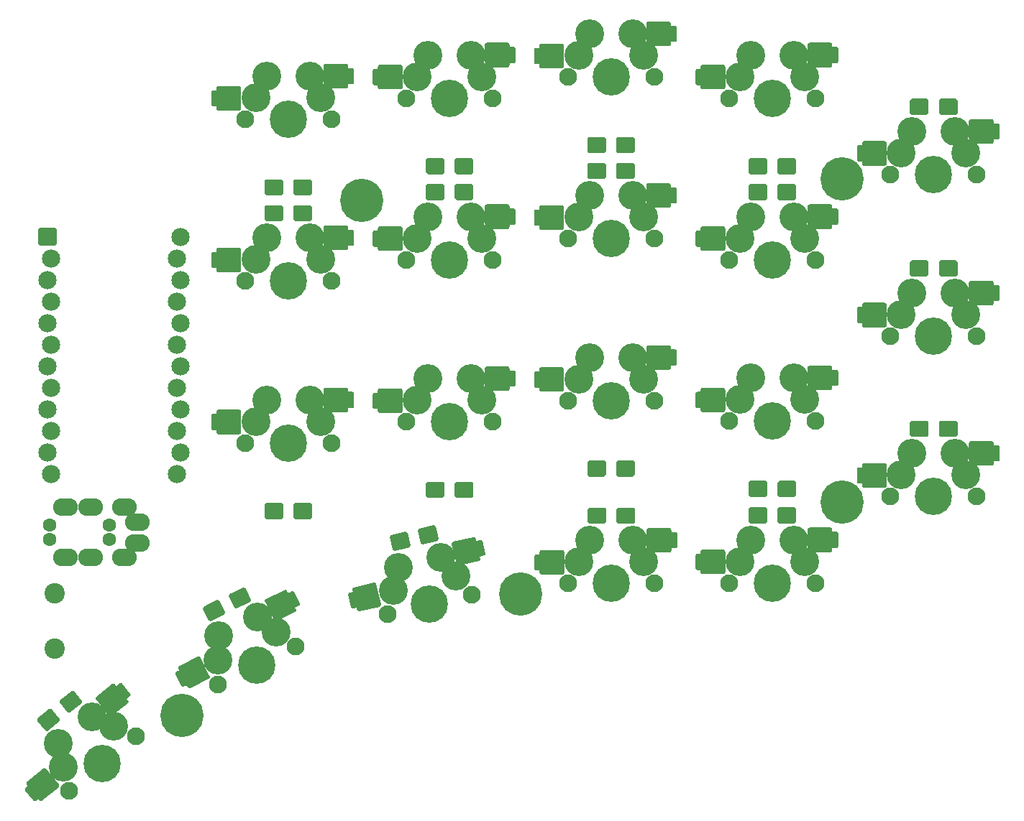
<source format=gbs>
G04 #@! TF.GenerationSoftware,KiCad,Pcbnew,5.1.8*
G04 #@! TF.CreationDate,2020-12-01T13:34:08+01:00*
G04 #@! TF.ProjectId,puggle,70756767-6c65-42e6-9b69-6361645f7063,rev?*
G04 #@! TF.SameCoordinates,Original*
G04 #@! TF.FileFunction,Soldermask,Bot*
G04 #@! TF.FilePolarity,Negative*
%FSLAX46Y46*%
G04 Gerber Fmt 4.6, Leading zero omitted, Abs format (unit mm)*
G04 Created by KiCad (PCBNEW 5.1.8) date 2020-12-01 13:34:08*
%MOMM*%
%LPD*%
G01*
G04 APERTURE LIST*
%ADD10C,2.400000*%
%ADD11C,1.600000*%
%ADD12O,2.900000X2.100000*%
%ADD13C,2.152600*%
%ADD14C,3.400000*%
%ADD15C,4.400000*%
%ADD16C,2.100000*%
%ADD17C,0.100000*%
%ADD18C,5.100000*%
G04 APERTURE END LIST*
D10*
X92964000Y-105843000D03*
X92964000Y-112343000D03*
D11*
X99432000Y-99540000D03*
X92432000Y-99540000D03*
D12*
X101232000Y-101640000D03*
X102732000Y-97440000D03*
X94232000Y-101640000D03*
X97232000Y-101640000D03*
D11*
X92432000Y-97790000D03*
X99432000Y-97790000D03*
D12*
X94232000Y-95690000D03*
X97232000Y-95690000D03*
X101232000Y-95690000D03*
X102732000Y-99890000D03*
D13*
X107848600Y-63817500D03*
X92608600Y-91757500D03*
X107391400Y-66357500D03*
X107848600Y-68897500D03*
X107391400Y-71437500D03*
X107848600Y-73977500D03*
X107391400Y-76517500D03*
X107848600Y-79057500D03*
X107391400Y-81597500D03*
X107848600Y-84137500D03*
X107391400Y-86677500D03*
X107848600Y-89217500D03*
X107391400Y-91757500D03*
X92151400Y-89217500D03*
X92608600Y-86677500D03*
X92151400Y-84137500D03*
X92608600Y-81597500D03*
X92151400Y-79057500D03*
X92608600Y-76517500D03*
X92151400Y-73977500D03*
X92608600Y-71437500D03*
X92151400Y-68897500D03*
X92608600Y-66357500D03*
G36*
G01*
X91275100Y-62741200D02*
X93027700Y-62741200D01*
G75*
G02*
X93227700Y-62941200I0J-200000D01*
G01*
X93227700Y-64693800D01*
G75*
G02*
X93027700Y-64893800I-200000J0D01*
G01*
X91275100Y-64893800D01*
G75*
G02*
X91075100Y-64693800I0J200000D01*
G01*
X91075100Y-62941200D01*
G75*
G02*
X91275100Y-62741200I200000J0D01*
G01*
G37*
D14*
X181310000Y-102110000D03*
X174960000Y-99570000D03*
X180040000Y-99570000D03*
D15*
X177500000Y-104650000D03*
D16*
X182580000Y-104650000D03*
X172420000Y-104650000D03*
D14*
X173690000Y-102109999D03*
D17*
G36*
X171719608Y-100700963D02*
G01*
X171729363Y-100701924D01*
X171767810Y-100709572D01*
X171777189Y-100712417D01*
X171813416Y-100727423D01*
X171822061Y-100732044D01*
X171854664Y-100753830D01*
X171862240Y-100760048D01*
X171889952Y-100787760D01*
X171896170Y-100795336D01*
X171917956Y-100827939D01*
X171922577Y-100836584D01*
X171937583Y-100872811D01*
X171940428Y-100882190D01*
X171948076Y-100920637D01*
X171949037Y-100930392D01*
X171950000Y-100950000D01*
X171950000Y-103350000D01*
X171949037Y-103369608D01*
X171948076Y-103379363D01*
X171940428Y-103417810D01*
X171937583Y-103427189D01*
X171922577Y-103463416D01*
X171917956Y-103472061D01*
X171896170Y-103504664D01*
X171889952Y-103512240D01*
X171862240Y-103539952D01*
X171854664Y-103546170D01*
X171822061Y-103567956D01*
X171813416Y-103572577D01*
X171777189Y-103587583D01*
X171767810Y-103590428D01*
X171729363Y-103598076D01*
X171719608Y-103599037D01*
X171700000Y-103600000D01*
X169300000Y-103600000D01*
X169280392Y-103599037D01*
X169270637Y-103598076D01*
X169232190Y-103590428D01*
X169222811Y-103587583D01*
X169186584Y-103572577D01*
X169177939Y-103567956D01*
X169145336Y-103546170D01*
X169137760Y-103539952D01*
X169110048Y-103512240D01*
X169103830Y-103504664D01*
X169082044Y-103472061D01*
X169077423Y-103463416D01*
X169062417Y-103427189D01*
X169059572Y-103417810D01*
X169051924Y-103379363D01*
X169050963Y-103369608D01*
X169050000Y-103350000D01*
X169050000Y-103100000D01*
X168650000Y-103100000D01*
X168610982Y-103096157D01*
X168573463Y-103084776D01*
X168538886Y-103066294D01*
X168508579Y-103041421D01*
X168483706Y-103011114D01*
X168465224Y-102976537D01*
X168453843Y-102939018D01*
X168450000Y-102900000D01*
X168450000Y-101400000D01*
X168453843Y-101360982D01*
X168465224Y-101323463D01*
X168483706Y-101288886D01*
X168508579Y-101258579D01*
X168538886Y-101233706D01*
X168573463Y-101215224D01*
X168610982Y-101203843D01*
X168650000Y-101200000D01*
X169050000Y-101200000D01*
X169050000Y-100950000D01*
X169050963Y-100930392D01*
X169051924Y-100920637D01*
X169059572Y-100882190D01*
X169062417Y-100872811D01*
X169077423Y-100836584D01*
X169082044Y-100827939D01*
X169103830Y-100795336D01*
X169110048Y-100787760D01*
X169137760Y-100760048D01*
X169145336Y-100753830D01*
X169177939Y-100732044D01*
X169186584Y-100727423D01*
X169222811Y-100712417D01*
X169232190Y-100709572D01*
X169270637Y-100701924D01*
X169280392Y-100700963D01*
X169300000Y-100700000D01*
X171700000Y-100700000D01*
X171719608Y-100700963D01*
G37*
G36*
X184319608Y-98100963D02*
G01*
X184329363Y-98101924D01*
X184367810Y-98109572D01*
X184377189Y-98112417D01*
X184413416Y-98127423D01*
X184422061Y-98132044D01*
X184454664Y-98153830D01*
X184462240Y-98160048D01*
X184489952Y-98187760D01*
X184496170Y-98195336D01*
X184517956Y-98227939D01*
X184522577Y-98236584D01*
X184537583Y-98272811D01*
X184540428Y-98282190D01*
X184548076Y-98320637D01*
X184549037Y-98330392D01*
X184550000Y-98350000D01*
X184550000Y-98600000D01*
X185050000Y-98600000D01*
X185089018Y-98603843D01*
X185126537Y-98615224D01*
X185161114Y-98633706D01*
X185191421Y-98658579D01*
X185216294Y-98688886D01*
X185234776Y-98723463D01*
X185246157Y-98760982D01*
X185250000Y-98800000D01*
X185250000Y-100300000D01*
X185246157Y-100339018D01*
X185234776Y-100376537D01*
X185216294Y-100411114D01*
X185191421Y-100441421D01*
X185161114Y-100466294D01*
X185126537Y-100484776D01*
X185089018Y-100496157D01*
X185050000Y-100500000D01*
X184550000Y-100500000D01*
X184550000Y-100750000D01*
X184549037Y-100769608D01*
X184548076Y-100779363D01*
X184540428Y-100817810D01*
X184537583Y-100827189D01*
X184522577Y-100863416D01*
X184517956Y-100872061D01*
X184496170Y-100904664D01*
X184489952Y-100912240D01*
X184462240Y-100939952D01*
X184454664Y-100946170D01*
X184422061Y-100967956D01*
X184413416Y-100972577D01*
X184377189Y-100987583D01*
X184367810Y-100990428D01*
X184329363Y-100998076D01*
X184319608Y-100999037D01*
X184300000Y-101000000D01*
X182400000Y-101000000D01*
X182380392Y-100999037D01*
X182370637Y-100998076D01*
X182332190Y-100990428D01*
X182322811Y-100987583D01*
X182279116Y-100968377D01*
X182267015Y-100961226D01*
X182243826Y-100945217D01*
X181743826Y-100545217D01*
X181729130Y-100532228D01*
X181722113Y-100525385D01*
X181696841Y-100495362D01*
X181691295Y-100487280D01*
X181672398Y-100452961D01*
X181668534Y-100443953D01*
X181656684Y-100406575D01*
X181654652Y-100396987D01*
X181650612Y-100366588D01*
X181650306Y-100361066D01*
X181650000Y-100350000D01*
X181650000Y-98350000D01*
X181650963Y-98330392D01*
X181651924Y-98320637D01*
X181659572Y-98282190D01*
X181662417Y-98272811D01*
X181677423Y-98236584D01*
X181682044Y-98227939D01*
X181703830Y-98195336D01*
X181710048Y-98187760D01*
X181737760Y-98160048D01*
X181745336Y-98153830D01*
X181777939Y-98132044D01*
X181786584Y-98127423D01*
X181822811Y-98112417D01*
X181832190Y-98109572D01*
X181870637Y-98101924D01*
X181880392Y-98100963D01*
X181900000Y-98100000D01*
X184300000Y-98100000D01*
X184319608Y-98100963D01*
G37*
G36*
X165369608Y-98150963D02*
G01*
X165379363Y-98151924D01*
X165417810Y-98159572D01*
X165427189Y-98162417D01*
X165463416Y-98177423D01*
X165472061Y-98182044D01*
X165504664Y-98203830D01*
X165512240Y-98210048D01*
X165539952Y-98237760D01*
X165546170Y-98245336D01*
X165567956Y-98277939D01*
X165572577Y-98286584D01*
X165587583Y-98322811D01*
X165590428Y-98332190D01*
X165598076Y-98370637D01*
X165599037Y-98380392D01*
X165600000Y-98400000D01*
X165600000Y-98650000D01*
X166100000Y-98650000D01*
X166139018Y-98653843D01*
X166176537Y-98665224D01*
X166211114Y-98683706D01*
X166241421Y-98708579D01*
X166266294Y-98738886D01*
X166284776Y-98773463D01*
X166296157Y-98810982D01*
X166300000Y-98850000D01*
X166300000Y-100350000D01*
X166296157Y-100389018D01*
X166284776Y-100426537D01*
X166266294Y-100461114D01*
X166241421Y-100491421D01*
X166211114Y-100516294D01*
X166176537Y-100534776D01*
X166139018Y-100546157D01*
X166100000Y-100550000D01*
X165600000Y-100550000D01*
X165600000Y-100800000D01*
X165599037Y-100819608D01*
X165598076Y-100829363D01*
X165590428Y-100867810D01*
X165587583Y-100877189D01*
X165572577Y-100913416D01*
X165567956Y-100922061D01*
X165546170Y-100954664D01*
X165539952Y-100962240D01*
X165512240Y-100989952D01*
X165504664Y-100996170D01*
X165472061Y-101017956D01*
X165463416Y-101022577D01*
X165427189Y-101037583D01*
X165417810Y-101040428D01*
X165379363Y-101048076D01*
X165369608Y-101049037D01*
X165350000Y-101050000D01*
X163450000Y-101050000D01*
X163430392Y-101049037D01*
X163420637Y-101048076D01*
X163382190Y-101040428D01*
X163372811Y-101037583D01*
X163329116Y-101018377D01*
X163317015Y-101011226D01*
X163293826Y-100995217D01*
X162793826Y-100595217D01*
X162779130Y-100582228D01*
X162772113Y-100575385D01*
X162746841Y-100545362D01*
X162741295Y-100537280D01*
X162722398Y-100502961D01*
X162718534Y-100493953D01*
X162706684Y-100456575D01*
X162704652Y-100446987D01*
X162700612Y-100416588D01*
X162700306Y-100411066D01*
X162700000Y-100400000D01*
X162700000Y-98400000D01*
X162700963Y-98380392D01*
X162701924Y-98370637D01*
X162709572Y-98332190D01*
X162712417Y-98322811D01*
X162727423Y-98286584D01*
X162732044Y-98277939D01*
X162753830Y-98245336D01*
X162760048Y-98237760D01*
X162787760Y-98210048D01*
X162795336Y-98203830D01*
X162827939Y-98182044D01*
X162836584Y-98177423D01*
X162872811Y-98162417D01*
X162882190Y-98159572D01*
X162920637Y-98151924D01*
X162930392Y-98150963D01*
X162950000Y-98150000D01*
X165350000Y-98150000D01*
X165369608Y-98150963D01*
G37*
G36*
X152769608Y-100750963D02*
G01*
X152779363Y-100751924D01*
X152817810Y-100759572D01*
X152827189Y-100762417D01*
X152863416Y-100777423D01*
X152872061Y-100782044D01*
X152904664Y-100803830D01*
X152912240Y-100810048D01*
X152939952Y-100837760D01*
X152946170Y-100845336D01*
X152967956Y-100877939D01*
X152972577Y-100886584D01*
X152987583Y-100922811D01*
X152990428Y-100932190D01*
X152998076Y-100970637D01*
X152999037Y-100980392D01*
X153000000Y-101000000D01*
X153000000Y-103400000D01*
X152999037Y-103419608D01*
X152998076Y-103429363D01*
X152990428Y-103467810D01*
X152987583Y-103477189D01*
X152972577Y-103513416D01*
X152967956Y-103522061D01*
X152946170Y-103554664D01*
X152939952Y-103562240D01*
X152912240Y-103589952D01*
X152904664Y-103596170D01*
X152872061Y-103617956D01*
X152863416Y-103622577D01*
X152827189Y-103637583D01*
X152817810Y-103640428D01*
X152779363Y-103648076D01*
X152769608Y-103649037D01*
X152750000Y-103650000D01*
X150350000Y-103650000D01*
X150330392Y-103649037D01*
X150320637Y-103648076D01*
X150282190Y-103640428D01*
X150272811Y-103637583D01*
X150236584Y-103622577D01*
X150227939Y-103617956D01*
X150195336Y-103596170D01*
X150187760Y-103589952D01*
X150160048Y-103562240D01*
X150153830Y-103554664D01*
X150132044Y-103522061D01*
X150127423Y-103513416D01*
X150112417Y-103477189D01*
X150109572Y-103467810D01*
X150101924Y-103429363D01*
X150100963Y-103419608D01*
X150100000Y-103400000D01*
X150100000Y-103150000D01*
X149700000Y-103150000D01*
X149660982Y-103146157D01*
X149623463Y-103134776D01*
X149588886Y-103116294D01*
X149558579Y-103091421D01*
X149533706Y-103061114D01*
X149515224Y-103026537D01*
X149503843Y-102989018D01*
X149500000Y-102950000D01*
X149500000Y-101450000D01*
X149503843Y-101410982D01*
X149515224Y-101373463D01*
X149533706Y-101338886D01*
X149558579Y-101308579D01*
X149588886Y-101283706D01*
X149623463Y-101265224D01*
X149660982Y-101253843D01*
X149700000Y-101250000D01*
X150100000Y-101250000D01*
X150100000Y-101000000D01*
X150100963Y-100980392D01*
X150101924Y-100970637D01*
X150109572Y-100932190D01*
X150112417Y-100922811D01*
X150127423Y-100886584D01*
X150132044Y-100877939D01*
X150153830Y-100845336D01*
X150160048Y-100837760D01*
X150187760Y-100810048D01*
X150195336Y-100803830D01*
X150227939Y-100782044D01*
X150236584Y-100777423D01*
X150272811Y-100762417D01*
X150282190Y-100759572D01*
X150320637Y-100751924D01*
X150330392Y-100750963D01*
X150350000Y-100750000D01*
X152750000Y-100750000D01*
X152769608Y-100750963D01*
G37*
D14*
X154740000Y-102159999D03*
D16*
X153470000Y-104700000D03*
X163630000Y-104700000D03*
D15*
X158550000Y-104700000D03*
D14*
X161090000Y-99620000D03*
X156010000Y-99620000D03*
X162360000Y-102160000D03*
X140264386Y-103809288D03*
X133505761Y-102762827D03*
X138455561Y-101620075D03*
D15*
X137123412Y-107141251D03*
D16*
X142073212Y-105998500D03*
X132173612Y-108284002D03*
D14*
X132839686Y-105523414D03*
D17*
G36*
X130602831Y-104593733D02*
G01*
X130612552Y-104592475D01*
X130651734Y-104591278D01*
X130661513Y-104591941D01*
X130700187Y-104598413D01*
X130709650Y-104600971D01*
X130746318Y-104614864D01*
X130755099Y-104619218D01*
X130788334Y-104639986D01*
X130796097Y-104645969D01*
X130824659Y-104672836D01*
X130831106Y-104680220D01*
X130853877Y-104712143D01*
X130858759Y-104720642D01*
X130874860Y-104756383D01*
X130877990Y-104765671D01*
X130883339Y-104784560D01*
X131423222Y-107123048D01*
X131426694Y-107142371D01*
X131427953Y-107152092D01*
X131429149Y-107191274D01*
X131428487Y-107201052D01*
X131422015Y-107239726D01*
X131419457Y-107249189D01*
X131405563Y-107285858D01*
X131401209Y-107294638D01*
X131380441Y-107327874D01*
X131374458Y-107335637D01*
X131347591Y-107364198D01*
X131340208Y-107370646D01*
X131308285Y-107393416D01*
X131299786Y-107398298D01*
X131264045Y-107414399D01*
X131254756Y-107417530D01*
X131235867Y-107422879D01*
X128897379Y-107962761D01*
X128878057Y-107966234D01*
X128868336Y-107967492D01*
X128829154Y-107968689D01*
X128819375Y-107968026D01*
X128780701Y-107961554D01*
X128771238Y-107958996D01*
X128734570Y-107945103D01*
X128725789Y-107940748D01*
X128692554Y-107919980D01*
X128684791Y-107913997D01*
X128656229Y-107887131D01*
X128649782Y-107879747D01*
X128627011Y-107847824D01*
X128622129Y-107839325D01*
X128606029Y-107803584D01*
X128602898Y-107794295D01*
X128597549Y-107775407D01*
X128541311Y-107531814D01*
X128151563Y-107621794D01*
X128112681Y-107626827D01*
X128073563Y-107624178D01*
X128035715Y-107613948D01*
X128000589Y-107596530D01*
X127969536Y-107572595D01*
X127943750Y-107543061D01*
X127924220Y-107509064D01*
X127911699Y-107471911D01*
X127574272Y-106010356D01*
X127569240Y-105971473D01*
X127571889Y-105932356D01*
X127582119Y-105894507D01*
X127599537Y-105859382D01*
X127623472Y-105828329D01*
X127653005Y-105802542D01*
X127687002Y-105783013D01*
X127724156Y-105770491D01*
X128113904Y-105680511D01*
X128057666Y-105436918D01*
X128054194Y-105417596D01*
X128052936Y-105407875D01*
X128051739Y-105368693D01*
X128052401Y-105358915D01*
X128058873Y-105320240D01*
X128061431Y-105310777D01*
X128075325Y-105274109D01*
X128079679Y-105265329D01*
X128100447Y-105232093D01*
X128106430Y-105224330D01*
X128133297Y-105195769D01*
X128140681Y-105189321D01*
X128172604Y-105166551D01*
X128181102Y-105161669D01*
X128216843Y-105145568D01*
X128226132Y-105142437D01*
X128245021Y-105137088D01*
X130583509Y-104597206D01*
X130602831Y-104593733D01*
G37*
G36*
X142295021Y-99225987D02*
G01*
X142304742Y-99224729D01*
X142343924Y-99223533D01*
X142353703Y-99224195D01*
X142392377Y-99230667D01*
X142401840Y-99233225D01*
X142438508Y-99247118D01*
X142447289Y-99251473D01*
X142480524Y-99272241D01*
X142488287Y-99278224D01*
X142516849Y-99305090D01*
X142523296Y-99312474D01*
X142546067Y-99344397D01*
X142550949Y-99352896D01*
X142567049Y-99388637D01*
X142570180Y-99397926D01*
X142575529Y-99416815D01*
X142631767Y-99660407D01*
X143118952Y-99547932D01*
X143157834Y-99542899D01*
X143196952Y-99545548D01*
X143234800Y-99555778D01*
X143269926Y-99573196D01*
X143300979Y-99597131D01*
X143326765Y-99626665D01*
X143346295Y-99660662D01*
X143358816Y-99697815D01*
X143696243Y-101159370D01*
X143701275Y-101198253D01*
X143698626Y-101237370D01*
X143688396Y-101275219D01*
X143670978Y-101310344D01*
X143647043Y-101341397D01*
X143617510Y-101367184D01*
X143583513Y-101386713D01*
X143546359Y-101399235D01*
X143059174Y-101511710D01*
X143115412Y-101755303D01*
X143118884Y-101774625D01*
X143120142Y-101784346D01*
X143121339Y-101823528D01*
X143120677Y-101833307D01*
X143114205Y-101871981D01*
X143111647Y-101881444D01*
X143097753Y-101918112D01*
X143093399Y-101926892D01*
X143072631Y-101960128D01*
X143066648Y-101967891D01*
X143039781Y-101996453D01*
X143032397Y-102002900D01*
X143000474Y-102025671D01*
X142991976Y-102030552D01*
X142956235Y-102046653D01*
X142946946Y-102049784D01*
X142928057Y-102055133D01*
X141076754Y-102482540D01*
X141057432Y-102486013D01*
X141047711Y-102487271D01*
X141008529Y-102488467D01*
X140998750Y-102487805D01*
X140951855Y-102478920D01*
X140938455Y-102474675D01*
X140912259Y-102464293D01*
X140335094Y-102187020D01*
X140317852Y-102177670D01*
X140309476Y-102172581D01*
X140278098Y-102149012D01*
X140270876Y-102142385D01*
X140244743Y-102113196D01*
X140238952Y-102105289D01*
X140218997Y-102071534D01*
X140214861Y-102062649D01*
X140204086Y-102033938D01*
X140202546Y-102028626D01*
X140199758Y-102017913D01*
X139749856Y-100069173D01*
X139746384Y-100049851D01*
X139745125Y-100040129D01*
X139743929Y-100000947D01*
X139744591Y-99991169D01*
X139751063Y-99952495D01*
X139753621Y-99943032D01*
X139767515Y-99906364D01*
X139771869Y-99897583D01*
X139792637Y-99864347D01*
X139798620Y-99856585D01*
X139825487Y-99828023D01*
X139832870Y-99821576D01*
X139864793Y-99798805D01*
X139873292Y-99793923D01*
X139909033Y-99777822D01*
X139918322Y-99774692D01*
X139937211Y-99769342D01*
X142275699Y-99229460D01*
X142295021Y-99225987D01*
G37*
D14*
X119106091Y-110386736D03*
X112285286Y-110887456D03*
X116851159Y-108660531D03*
D15*
X116795148Y-114339867D03*
D16*
X121361022Y-112112942D03*
X112229274Y-116566792D03*
D14*
X112257280Y-113727123D03*
D17*
G36*
X109868622Y-113324453D02*
G01*
X109877811Y-113321041D01*
X109915720Y-113311061D01*
X109925397Y-113309506D01*
X109964536Y-113307113D01*
X109974332Y-113307476D01*
X110013185Y-113312765D01*
X110022720Y-113315033D01*
X110059776Y-113327792D01*
X110068686Y-113331876D01*
X110102559Y-113351629D01*
X110110502Y-113357373D01*
X110139870Y-113383356D01*
X110146539Y-113390538D01*
X110170267Y-113421741D01*
X110175407Y-113430088D01*
X110184868Y-113447289D01*
X111236959Y-115604395D01*
X111244689Y-115622441D01*
X111248101Y-115631630D01*
X111258082Y-115669538D01*
X111259636Y-115679215D01*
X111262029Y-115718354D01*
X111261666Y-115728150D01*
X111256377Y-115767004D01*
X111254109Y-115776539D01*
X111241350Y-115813594D01*
X111237267Y-115822504D01*
X111217514Y-115856377D01*
X111211769Y-115864320D01*
X111185787Y-115893689D01*
X111178604Y-115900357D01*
X111147401Y-115924085D01*
X111139054Y-115929225D01*
X111121853Y-115938686D01*
X108964747Y-116990777D01*
X108946702Y-116998507D01*
X108937513Y-117001920D01*
X108899604Y-117011900D01*
X108889927Y-117013454D01*
X108850788Y-117015848D01*
X108840993Y-117015484D01*
X108802139Y-117010195D01*
X108792604Y-117007928D01*
X108755548Y-116995168D01*
X108746638Y-116991085D01*
X108712765Y-116971332D01*
X108704822Y-116965587D01*
X108675454Y-116939605D01*
X108668785Y-116932422D01*
X108645057Y-116901219D01*
X108639917Y-116892873D01*
X108630456Y-116875671D01*
X108520863Y-116650973D01*
X108161346Y-116826321D01*
X108124592Y-116839972D01*
X108085881Y-116846190D01*
X108046701Y-116844736D01*
X108008558Y-116835666D01*
X107972917Y-116819330D01*
X107941147Y-116796354D01*
X107914471Y-116767621D01*
X107893913Y-116734237D01*
X107236356Y-115386046D01*
X107222706Y-115349292D01*
X107216488Y-115310581D01*
X107217941Y-115271401D01*
X107227011Y-115233258D01*
X107243348Y-115197616D01*
X107266323Y-115165847D01*
X107295056Y-115139171D01*
X107328440Y-115118613D01*
X107687958Y-114943264D01*
X107578365Y-114718566D01*
X107570635Y-114700520D01*
X107567223Y-114691331D01*
X107557243Y-114653422D01*
X107555688Y-114643745D01*
X107553295Y-114604607D01*
X107553658Y-114594811D01*
X107558947Y-114555957D01*
X107561215Y-114546422D01*
X107573974Y-114509366D01*
X107578057Y-114500457D01*
X107597811Y-114466583D01*
X107603555Y-114458640D01*
X107629537Y-114429272D01*
X107636720Y-114422603D01*
X107667923Y-114398875D01*
X107676270Y-114393735D01*
X107693471Y-114384274D01*
X109850577Y-113332184D01*
X109868622Y-113324453D01*
G37*
G36*
X120053662Y-105464112D02*
G01*
X120062851Y-105460699D01*
X120100760Y-105450719D01*
X120110436Y-105449165D01*
X120149575Y-105446771D01*
X120159371Y-105447135D01*
X120198225Y-105452424D01*
X120207760Y-105454692D01*
X120244815Y-105467451D01*
X120253725Y-105471534D01*
X120287599Y-105491287D01*
X120295542Y-105497032D01*
X120324910Y-105523014D01*
X120331578Y-105530197D01*
X120355306Y-105561400D01*
X120360446Y-105569746D01*
X120369908Y-105586948D01*
X120479500Y-105811646D01*
X120928897Y-105592461D01*
X120965651Y-105578810D01*
X121004362Y-105572592D01*
X121043542Y-105574046D01*
X121081685Y-105583116D01*
X121117326Y-105599452D01*
X121149096Y-105622428D01*
X121175772Y-105651161D01*
X121196330Y-105684545D01*
X121853887Y-107032736D01*
X121867537Y-107069490D01*
X121873755Y-107108201D01*
X121872302Y-107147381D01*
X121863232Y-107185524D01*
X121846895Y-107221166D01*
X121823920Y-107252935D01*
X121795187Y-107279611D01*
X121761803Y-107300169D01*
X121312405Y-107519355D01*
X121421998Y-107744054D01*
X121429728Y-107762099D01*
X121433141Y-107771288D01*
X121443121Y-107809197D01*
X121444675Y-107818874D01*
X121447069Y-107858013D01*
X121446705Y-107867808D01*
X121441416Y-107906662D01*
X121439149Y-107916197D01*
X121426390Y-107953253D01*
X121422306Y-107962163D01*
X121402553Y-107996036D01*
X121396809Y-108003979D01*
X121370826Y-108033347D01*
X121363644Y-108040016D01*
X121332440Y-108063744D01*
X121324094Y-108068884D01*
X121306893Y-108078345D01*
X119599184Y-108911250D01*
X119581138Y-108918980D01*
X119571949Y-108922393D01*
X119534041Y-108932373D01*
X119524364Y-108933927D01*
X119476671Y-108935819D01*
X119462660Y-108934697D01*
X119434800Y-108930474D01*
X118810055Y-108790142D01*
X118791152Y-108784909D01*
X118781846Y-108781835D01*
X118745970Y-108765929D01*
X118737442Y-108761096D01*
X118705413Y-108738534D01*
X118697992Y-108732132D01*
X118670955Y-108703731D01*
X118664926Y-108696005D01*
X118647969Y-108670453D01*
X118645273Y-108665624D01*
X118640147Y-108655812D01*
X117763405Y-106858224D01*
X117755675Y-106840178D01*
X117752262Y-106830989D01*
X117742282Y-106793081D01*
X117740728Y-106783404D01*
X117738334Y-106744265D01*
X117738698Y-106734469D01*
X117743987Y-106695616D01*
X117746254Y-106686080D01*
X117759013Y-106649025D01*
X117763097Y-106640115D01*
X117782850Y-106606242D01*
X117788594Y-106598299D01*
X117814577Y-106568931D01*
X117821759Y-106562262D01*
X117852963Y-106538534D01*
X117861309Y-106533394D01*
X117878511Y-106523933D01*
X120035616Y-105471842D01*
X120053662Y-105464112D01*
G37*
D14*
X99969685Y-121555186D03*
X93436335Y-123577419D03*
X97384236Y-120380472D03*
D15*
X98607233Y-125926847D03*
D16*
X102555134Y-122729899D03*
X94659332Y-129123795D03*
D14*
X94047832Y-126350606D03*
D17*
G36*
X91629815Y-126495587D02*
G01*
X91638001Y-126490195D01*
X91672693Y-126471943D01*
X91681772Y-126468252D01*
X91719369Y-126457115D01*
X91728996Y-126455266D01*
X91768043Y-126451679D01*
X91777844Y-126451743D01*
X91816820Y-126455840D01*
X91826420Y-126457815D01*
X91863869Y-126469441D01*
X91872900Y-126473252D01*
X91907361Y-126491962D01*
X91915474Y-126497460D01*
X91945613Y-126522526D01*
X91952499Y-126529502D01*
X91965587Y-126544135D01*
X93475956Y-128409285D01*
X93487547Y-128425129D01*
X93492940Y-128433315D01*
X93511191Y-128468007D01*
X93514883Y-128477086D01*
X93526019Y-128514684D01*
X93527869Y-128524310D01*
X93531455Y-128563358D01*
X93531391Y-128573159D01*
X93527294Y-128612135D01*
X93525320Y-128621735D01*
X93513693Y-128659183D01*
X93509883Y-128668215D01*
X93491173Y-128702675D01*
X93485674Y-128710789D01*
X93460608Y-128740928D01*
X93453632Y-128747813D01*
X93439000Y-128760902D01*
X91573849Y-130271271D01*
X91558005Y-130282862D01*
X91549819Y-130288254D01*
X91515127Y-130306506D01*
X91506048Y-130310197D01*
X91468451Y-130321334D01*
X91458824Y-130323183D01*
X91419777Y-130326770D01*
X91409976Y-130326705D01*
X91371000Y-130322609D01*
X91361400Y-130320634D01*
X91323951Y-130309007D01*
X91314919Y-130305197D01*
X91280459Y-130286487D01*
X91272346Y-130280989D01*
X91242207Y-130255923D01*
X91235321Y-130248946D01*
X91222233Y-130234314D01*
X91064903Y-130040028D01*
X90754044Y-130291756D01*
X90721303Y-130313324D01*
X90684983Y-130328091D01*
X90646481Y-130335488D01*
X90607275Y-130335230D01*
X90568872Y-130327331D01*
X90532749Y-130312090D01*
X90500292Y-130290095D01*
X90472751Y-130262191D01*
X89528770Y-129096472D01*
X89507202Y-129063731D01*
X89492435Y-129027411D01*
X89485039Y-128988908D01*
X89485296Y-128949702D01*
X89493196Y-128911299D01*
X89508436Y-128875176D01*
X89530431Y-128842720D01*
X89558336Y-128815178D01*
X89869194Y-128563450D01*
X89711864Y-128369164D01*
X89700273Y-128353320D01*
X89694880Y-128345134D01*
X89676628Y-128310442D01*
X89672937Y-128301362D01*
X89661801Y-128263765D01*
X89659951Y-128254139D01*
X89656364Y-128215091D01*
X89656429Y-128205290D01*
X89660525Y-128166314D01*
X89662500Y-128156714D01*
X89674127Y-128119266D01*
X89677937Y-128110234D01*
X89696647Y-128075774D01*
X89702146Y-128067660D01*
X89727212Y-128037521D01*
X89734188Y-128030635D01*
X89748820Y-128017547D01*
X91613971Y-126507178D01*
X91629815Y-126495587D01*
G37*
G36*
X99785621Y-116545571D02*
G01*
X99793807Y-116540179D01*
X99828499Y-116521927D01*
X99837578Y-116518236D01*
X99875176Y-116507099D01*
X99884802Y-116505250D01*
X99923850Y-116501663D01*
X99933651Y-116501728D01*
X99972627Y-116505824D01*
X99982227Y-116507799D01*
X100019675Y-116519426D01*
X100028707Y-116523236D01*
X100063167Y-116541946D01*
X100071281Y-116547444D01*
X100101420Y-116572510D01*
X100108306Y-116579487D01*
X100121394Y-116594119D01*
X100278724Y-116788405D01*
X100667297Y-116473745D01*
X100700038Y-116452177D01*
X100736358Y-116437410D01*
X100774860Y-116430013D01*
X100814066Y-116430271D01*
X100852469Y-116438170D01*
X100888592Y-116453411D01*
X100921049Y-116475406D01*
X100948590Y-116503310D01*
X101892571Y-117669029D01*
X101914139Y-117701770D01*
X101928906Y-117738090D01*
X101936302Y-117776593D01*
X101936045Y-117815799D01*
X101928145Y-117854202D01*
X101912905Y-117890325D01*
X101890910Y-117922781D01*
X101863005Y-117950323D01*
X101474432Y-118264983D01*
X101631763Y-118459269D01*
X101643354Y-118475114D01*
X101648746Y-118483299D01*
X101666998Y-118517991D01*
X101670689Y-118527071D01*
X101681826Y-118564668D01*
X101683675Y-118574294D01*
X101687262Y-118613342D01*
X101687197Y-118623143D01*
X101683101Y-118662119D01*
X101681126Y-118671719D01*
X101669499Y-118709167D01*
X101665689Y-118718199D01*
X101646979Y-118752659D01*
X101641481Y-118760773D01*
X101616415Y-118790912D01*
X101609438Y-118797798D01*
X101594806Y-118810886D01*
X100118229Y-120006595D01*
X100102385Y-120018186D01*
X100094199Y-120023578D01*
X100059507Y-120041830D01*
X100050427Y-120045521D01*
X100004383Y-120058094D01*
X99990479Y-120060152D01*
X99962383Y-120062304D01*
X99322082Y-120066105D01*
X99302486Y-120065260D01*
X99292727Y-120064358D01*
X99254193Y-120056929D01*
X99244796Y-120054139D01*
X99208513Y-120039360D01*
X99199841Y-120034791D01*
X99167109Y-120013201D01*
X99159496Y-120007028D01*
X99137226Y-119985946D01*
X99133513Y-119981847D01*
X99126311Y-119973440D01*
X97867670Y-118419148D01*
X97856079Y-118403304D01*
X97850687Y-118395118D01*
X97832435Y-118360426D01*
X97828744Y-118351347D01*
X97817607Y-118313749D01*
X97815758Y-118304123D01*
X97812171Y-118265075D01*
X97812235Y-118255274D01*
X97816332Y-118216298D01*
X97818307Y-118206698D01*
X97829933Y-118169250D01*
X97833744Y-118160218D01*
X97852454Y-118125758D01*
X97857952Y-118117645D01*
X97883018Y-118087505D01*
X97889994Y-118080620D01*
X97904627Y-118067531D01*
X99769777Y-116557163D01*
X99785621Y-116545571D01*
G37*
D14*
X200310000Y-91910000D03*
X193960000Y-89370000D03*
X199040000Y-89370000D03*
D15*
X196500000Y-94450000D03*
D16*
X201580000Y-94450000D03*
X191420000Y-94450000D03*
D14*
X192690000Y-91909999D03*
D17*
G36*
X190719608Y-90500963D02*
G01*
X190729363Y-90501924D01*
X190767810Y-90509572D01*
X190777189Y-90512417D01*
X190813416Y-90527423D01*
X190822061Y-90532044D01*
X190854664Y-90553830D01*
X190862240Y-90560048D01*
X190889952Y-90587760D01*
X190896170Y-90595336D01*
X190917956Y-90627939D01*
X190922577Y-90636584D01*
X190937583Y-90672811D01*
X190940428Y-90682190D01*
X190948076Y-90720637D01*
X190949037Y-90730392D01*
X190950000Y-90750000D01*
X190950000Y-93150000D01*
X190949037Y-93169608D01*
X190948076Y-93179363D01*
X190940428Y-93217810D01*
X190937583Y-93227189D01*
X190922577Y-93263416D01*
X190917956Y-93272061D01*
X190896170Y-93304664D01*
X190889952Y-93312240D01*
X190862240Y-93339952D01*
X190854664Y-93346170D01*
X190822061Y-93367956D01*
X190813416Y-93372577D01*
X190777189Y-93387583D01*
X190767810Y-93390428D01*
X190729363Y-93398076D01*
X190719608Y-93399037D01*
X190700000Y-93400000D01*
X188300000Y-93400000D01*
X188280392Y-93399037D01*
X188270637Y-93398076D01*
X188232190Y-93390428D01*
X188222811Y-93387583D01*
X188186584Y-93372577D01*
X188177939Y-93367956D01*
X188145336Y-93346170D01*
X188137760Y-93339952D01*
X188110048Y-93312240D01*
X188103830Y-93304664D01*
X188082044Y-93272061D01*
X188077423Y-93263416D01*
X188062417Y-93227189D01*
X188059572Y-93217810D01*
X188051924Y-93179363D01*
X188050963Y-93169608D01*
X188050000Y-93150000D01*
X188050000Y-92900000D01*
X187650000Y-92900000D01*
X187610982Y-92896157D01*
X187573463Y-92884776D01*
X187538886Y-92866294D01*
X187508579Y-92841421D01*
X187483706Y-92811114D01*
X187465224Y-92776537D01*
X187453843Y-92739018D01*
X187450000Y-92700000D01*
X187450000Y-91200000D01*
X187453843Y-91160982D01*
X187465224Y-91123463D01*
X187483706Y-91088886D01*
X187508579Y-91058579D01*
X187538886Y-91033706D01*
X187573463Y-91015224D01*
X187610982Y-91003843D01*
X187650000Y-91000000D01*
X188050000Y-91000000D01*
X188050000Y-90750000D01*
X188050963Y-90730392D01*
X188051924Y-90720637D01*
X188059572Y-90682190D01*
X188062417Y-90672811D01*
X188077423Y-90636584D01*
X188082044Y-90627939D01*
X188103830Y-90595336D01*
X188110048Y-90587760D01*
X188137760Y-90560048D01*
X188145336Y-90553830D01*
X188177939Y-90532044D01*
X188186584Y-90527423D01*
X188222811Y-90512417D01*
X188232190Y-90509572D01*
X188270637Y-90501924D01*
X188280392Y-90500963D01*
X188300000Y-90500000D01*
X190700000Y-90500000D01*
X190719608Y-90500963D01*
G37*
G36*
X203319608Y-87900963D02*
G01*
X203329363Y-87901924D01*
X203367810Y-87909572D01*
X203377189Y-87912417D01*
X203413416Y-87927423D01*
X203422061Y-87932044D01*
X203454664Y-87953830D01*
X203462240Y-87960048D01*
X203489952Y-87987760D01*
X203496170Y-87995336D01*
X203517956Y-88027939D01*
X203522577Y-88036584D01*
X203537583Y-88072811D01*
X203540428Y-88082190D01*
X203548076Y-88120637D01*
X203549037Y-88130392D01*
X203550000Y-88150000D01*
X203550000Y-88400000D01*
X204050000Y-88400000D01*
X204089018Y-88403843D01*
X204126537Y-88415224D01*
X204161114Y-88433706D01*
X204191421Y-88458579D01*
X204216294Y-88488886D01*
X204234776Y-88523463D01*
X204246157Y-88560982D01*
X204250000Y-88600000D01*
X204250000Y-90100000D01*
X204246157Y-90139018D01*
X204234776Y-90176537D01*
X204216294Y-90211114D01*
X204191421Y-90241421D01*
X204161114Y-90266294D01*
X204126537Y-90284776D01*
X204089018Y-90296157D01*
X204050000Y-90300000D01*
X203550000Y-90300000D01*
X203550000Y-90550000D01*
X203549037Y-90569608D01*
X203548076Y-90579363D01*
X203540428Y-90617810D01*
X203537583Y-90627189D01*
X203522577Y-90663416D01*
X203517956Y-90672061D01*
X203496170Y-90704664D01*
X203489952Y-90712240D01*
X203462240Y-90739952D01*
X203454664Y-90746170D01*
X203422061Y-90767956D01*
X203413416Y-90772577D01*
X203377189Y-90787583D01*
X203367810Y-90790428D01*
X203329363Y-90798076D01*
X203319608Y-90799037D01*
X203300000Y-90800000D01*
X201400000Y-90800000D01*
X201380392Y-90799037D01*
X201370637Y-90798076D01*
X201332190Y-90790428D01*
X201322811Y-90787583D01*
X201279116Y-90768377D01*
X201267015Y-90761226D01*
X201243826Y-90745217D01*
X200743826Y-90345217D01*
X200729130Y-90332228D01*
X200722113Y-90325385D01*
X200696841Y-90295362D01*
X200691295Y-90287280D01*
X200672398Y-90252961D01*
X200668534Y-90243953D01*
X200656684Y-90206575D01*
X200654652Y-90196987D01*
X200650612Y-90166588D01*
X200650306Y-90161066D01*
X200650000Y-90150000D01*
X200650000Y-88150000D01*
X200650963Y-88130392D01*
X200651924Y-88120637D01*
X200659572Y-88082190D01*
X200662417Y-88072811D01*
X200677423Y-88036584D01*
X200682044Y-88027939D01*
X200703830Y-87995336D01*
X200710048Y-87987760D01*
X200737760Y-87960048D01*
X200745336Y-87953830D01*
X200777939Y-87932044D01*
X200786584Y-87927423D01*
X200822811Y-87912417D01*
X200832190Y-87909572D01*
X200870637Y-87901924D01*
X200880392Y-87900963D01*
X200900000Y-87900000D01*
X203300000Y-87900000D01*
X203319608Y-87900963D01*
G37*
D14*
X181310000Y-83010000D03*
X174960000Y-80470000D03*
X180040000Y-80470000D03*
D15*
X177500000Y-85550000D03*
D16*
X182580000Y-85550000D03*
X172420000Y-85550000D03*
D14*
X173690000Y-83009999D03*
D17*
G36*
X171719608Y-81600963D02*
G01*
X171729363Y-81601924D01*
X171767810Y-81609572D01*
X171777189Y-81612417D01*
X171813416Y-81627423D01*
X171822061Y-81632044D01*
X171854664Y-81653830D01*
X171862240Y-81660048D01*
X171889952Y-81687760D01*
X171896170Y-81695336D01*
X171917956Y-81727939D01*
X171922577Y-81736584D01*
X171937583Y-81772811D01*
X171940428Y-81782190D01*
X171948076Y-81820637D01*
X171949037Y-81830392D01*
X171950000Y-81850000D01*
X171950000Y-84250000D01*
X171949037Y-84269608D01*
X171948076Y-84279363D01*
X171940428Y-84317810D01*
X171937583Y-84327189D01*
X171922577Y-84363416D01*
X171917956Y-84372061D01*
X171896170Y-84404664D01*
X171889952Y-84412240D01*
X171862240Y-84439952D01*
X171854664Y-84446170D01*
X171822061Y-84467956D01*
X171813416Y-84472577D01*
X171777189Y-84487583D01*
X171767810Y-84490428D01*
X171729363Y-84498076D01*
X171719608Y-84499037D01*
X171700000Y-84500000D01*
X169300000Y-84500000D01*
X169280392Y-84499037D01*
X169270637Y-84498076D01*
X169232190Y-84490428D01*
X169222811Y-84487583D01*
X169186584Y-84472577D01*
X169177939Y-84467956D01*
X169145336Y-84446170D01*
X169137760Y-84439952D01*
X169110048Y-84412240D01*
X169103830Y-84404664D01*
X169082044Y-84372061D01*
X169077423Y-84363416D01*
X169062417Y-84327189D01*
X169059572Y-84317810D01*
X169051924Y-84279363D01*
X169050963Y-84269608D01*
X169050000Y-84250000D01*
X169050000Y-84000000D01*
X168650000Y-84000000D01*
X168610982Y-83996157D01*
X168573463Y-83984776D01*
X168538886Y-83966294D01*
X168508579Y-83941421D01*
X168483706Y-83911114D01*
X168465224Y-83876537D01*
X168453843Y-83839018D01*
X168450000Y-83800000D01*
X168450000Y-82300000D01*
X168453843Y-82260982D01*
X168465224Y-82223463D01*
X168483706Y-82188886D01*
X168508579Y-82158579D01*
X168538886Y-82133706D01*
X168573463Y-82115224D01*
X168610982Y-82103843D01*
X168650000Y-82100000D01*
X169050000Y-82100000D01*
X169050000Y-81850000D01*
X169050963Y-81830392D01*
X169051924Y-81820637D01*
X169059572Y-81782190D01*
X169062417Y-81772811D01*
X169077423Y-81736584D01*
X169082044Y-81727939D01*
X169103830Y-81695336D01*
X169110048Y-81687760D01*
X169137760Y-81660048D01*
X169145336Y-81653830D01*
X169177939Y-81632044D01*
X169186584Y-81627423D01*
X169222811Y-81612417D01*
X169232190Y-81609572D01*
X169270637Y-81601924D01*
X169280392Y-81600963D01*
X169300000Y-81600000D01*
X171700000Y-81600000D01*
X171719608Y-81600963D01*
G37*
G36*
X184319608Y-79000963D02*
G01*
X184329363Y-79001924D01*
X184367810Y-79009572D01*
X184377189Y-79012417D01*
X184413416Y-79027423D01*
X184422061Y-79032044D01*
X184454664Y-79053830D01*
X184462240Y-79060048D01*
X184489952Y-79087760D01*
X184496170Y-79095336D01*
X184517956Y-79127939D01*
X184522577Y-79136584D01*
X184537583Y-79172811D01*
X184540428Y-79182190D01*
X184548076Y-79220637D01*
X184549037Y-79230392D01*
X184550000Y-79250000D01*
X184550000Y-79500000D01*
X185050000Y-79500000D01*
X185089018Y-79503843D01*
X185126537Y-79515224D01*
X185161114Y-79533706D01*
X185191421Y-79558579D01*
X185216294Y-79588886D01*
X185234776Y-79623463D01*
X185246157Y-79660982D01*
X185250000Y-79700000D01*
X185250000Y-81200000D01*
X185246157Y-81239018D01*
X185234776Y-81276537D01*
X185216294Y-81311114D01*
X185191421Y-81341421D01*
X185161114Y-81366294D01*
X185126537Y-81384776D01*
X185089018Y-81396157D01*
X185050000Y-81400000D01*
X184550000Y-81400000D01*
X184550000Y-81650000D01*
X184549037Y-81669608D01*
X184548076Y-81679363D01*
X184540428Y-81717810D01*
X184537583Y-81727189D01*
X184522577Y-81763416D01*
X184517956Y-81772061D01*
X184496170Y-81804664D01*
X184489952Y-81812240D01*
X184462240Y-81839952D01*
X184454664Y-81846170D01*
X184422061Y-81867956D01*
X184413416Y-81872577D01*
X184377189Y-81887583D01*
X184367810Y-81890428D01*
X184329363Y-81898076D01*
X184319608Y-81899037D01*
X184300000Y-81900000D01*
X182400000Y-81900000D01*
X182380392Y-81899037D01*
X182370637Y-81898076D01*
X182332190Y-81890428D01*
X182322811Y-81887583D01*
X182279116Y-81868377D01*
X182267015Y-81861226D01*
X182243826Y-81845217D01*
X181743826Y-81445217D01*
X181729130Y-81432228D01*
X181722113Y-81425385D01*
X181696841Y-81395362D01*
X181691295Y-81387280D01*
X181672398Y-81352961D01*
X181668534Y-81343953D01*
X181656684Y-81306575D01*
X181654652Y-81296987D01*
X181650612Y-81266588D01*
X181650306Y-81261066D01*
X181650000Y-81250000D01*
X181650000Y-79250000D01*
X181650963Y-79230392D01*
X181651924Y-79220637D01*
X181659572Y-79182190D01*
X181662417Y-79172811D01*
X181677423Y-79136584D01*
X181682044Y-79127939D01*
X181703830Y-79095336D01*
X181710048Y-79087760D01*
X181737760Y-79060048D01*
X181745336Y-79053830D01*
X181777939Y-79032044D01*
X181786584Y-79027423D01*
X181822811Y-79012417D01*
X181832190Y-79009572D01*
X181870637Y-79001924D01*
X181880392Y-79000963D01*
X181900000Y-79000000D01*
X184300000Y-79000000D01*
X184319608Y-79000963D01*
G37*
D14*
X162310000Y-80610000D03*
X155960000Y-78070000D03*
X161040000Y-78070000D03*
D15*
X158500000Y-83150000D03*
D16*
X163580000Y-83150000D03*
X153420000Y-83150000D03*
D14*
X154690000Y-80609999D03*
D17*
G36*
X152719608Y-79200963D02*
G01*
X152729363Y-79201924D01*
X152767810Y-79209572D01*
X152777189Y-79212417D01*
X152813416Y-79227423D01*
X152822061Y-79232044D01*
X152854664Y-79253830D01*
X152862240Y-79260048D01*
X152889952Y-79287760D01*
X152896170Y-79295336D01*
X152917956Y-79327939D01*
X152922577Y-79336584D01*
X152937583Y-79372811D01*
X152940428Y-79382190D01*
X152948076Y-79420637D01*
X152949037Y-79430392D01*
X152950000Y-79450000D01*
X152950000Y-81850000D01*
X152949037Y-81869608D01*
X152948076Y-81879363D01*
X152940428Y-81917810D01*
X152937583Y-81927189D01*
X152922577Y-81963416D01*
X152917956Y-81972061D01*
X152896170Y-82004664D01*
X152889952Y-82012240D01*
X152862240Y-82039952D01*
X152854664Y-82046170D01*
X152822061Y-82067956D01*
X152813416Y-82072577D01*
X152777189Y-82087583D01*
X152767810Y-82090428D01*
X152729363Y-82098076D01*
X152719608Y-82099037D01*
X152700000Y-82100000D01*
X150300000Y-82100000D01*
X150280392Y-82099037D01*
X150270637Y-82098076D01*
X150232190Y-82090428D01*
X150222811Y-82087583D01*
X150186584Y-82072577D01*
X150177939Y-82067956D01*
X150145336Y-82046170D01*
X150137760Y-82039952D01*
X150110048Y-82012240D01*
X150103830Y-82004664D01*
X150082044Y-81972061D01*
X150077423Y-81963416D01*
X150062417Y-81927189D01*
X150059572Y-81917810D01*
X150051924Y-81879363D01*
X150050963Y-81869608D01*
X150050000Y-81850000D01*
X150050000Y-81600000D01*
X149650000Y-81600000D01*
X149610982Y-81596157D01*
X149573463Y-81584776D01*
X149538886Y-81566294D01*
X149508579Y-81541421D01*
X149483706Y-81511114D01*
X149465224Y-81476537D01*
X149453843Y-81439018D01*
X149450000Y-81400000D01*
X149450000Y-79900000D01*
X149453843Y-79860982D01*
X149465224Y-79823463D01*
X149483706Y-79788886D01*
X149508579Y-79758579D01*
X149538886Y-79733706D01*
X149573463Y-79715224D01*
X149610982Y-79703843D01*
X149650000Y-79700000D01*
X150050000Y-79700000D01*
X150050000Y-79450000D01*
X150050963Y-79430392D01*
X150051924Y-79420637D01*
X150059572Y-79382190D01*
X150062417Y-79372811D01*
X150077423Y-79336584D01*
X150082044Y-79327939D01*
X150103830Y-79295336D01*
X150110048Y-79287760D01*
X150137760Y-79260048D01*
X150145336Y-79253830D01*
X150177939Y-79232044D01*
X150186584Y-79227423D01*
X150222811Y-79212417D01*
X150232190Y-79209572D01*
X150270637Y-79201924D01*
X150280392Y-79200963D01*
X150300000Y-79200000D01*
X152700000Y-79200000D01*
X152719608Y-79200963D01*
G37*
G36*
X165319608Y-76600963D02*
G01*
X165329363Y-76601924D01*
X165367810Y-76609572D01*
X165377189Y-76612417D01*
X165413416Y-76627423D01*
X165422061Y-76632044D01*
X165454664Y-76653830D01*
X165462240Y-76660048D01*
X165489952Y-76687760D01*
X165496170Y-76695336D01*
X165517956Y-76727939D01*
X165522577Y-76736584D01*
X165537583Y-76772811D01*
X165540428Y-76782190D01*
X165548076Y-76820637D01*
X165549037Y-76830392D01*
X165550000Y-76850000D01*
X165550000Y-77100000D01*
X166050000Y-77100000D01*
X166089018Y-77103843D01*
X166126537Y-77115224D01*
X166161114Y-77133706D01*
X166191421Y-77158579D01*
X166216294Y-77188886D01*
X166234776Y-77223463D01*
X166246157Y-77260982D01*
X166250000Y-77300000D01*
X166250000Y-78800000D01*
X166246157Y-78839018D01*
X166234776Y-78876537D01*
X166216294Y-78911114D01*
X166191421Y-78941421D01*
X166161114Y-78966294D01*
X166126537Y-78984776D01*
X166089018Y-78996157D01*
X166050000Y-79000000D01*
X165550000Y-79000000D01*
X165550000Y-79250000D01*
X165549037Y-79269608D01*
X165548076Y-79279363D01*
X165540428Y-79317810D01*
X165537583Y-79327189D01*
X165522577Y-79363416D01*
X165517956Y-79372061D01*
X165496170Y-79404664D01*
X165489952Y-79412240D01*
X165462240Y-79439952D01*
X165454664Y-79446170D01*
X165422061Y-79467956D01*
X165413416Y-79472577D01*
X165377189Y-79487583D01*
X165367810Y-79490428D01*
X165329363Y-79498076D01*
X165319608Y-79499037D01*
X165300000Y-79500000D01*
X163400000Y-79500000D01*
X163380392Y-79499037D01*
X163370637Y-79498076D01*
X163332190Y-79490428D01*
X163322811Y-79487583D01*
X163279116Y-79468377D01*
X163267015Y-79461226D01*
X163243826Y-79445217D01*
X162743826Y-79045217D01*
X162729130Y-79032228D01*
X162722113Y-79025385D01*
X162696841Y-78995362D01*
X162691295Y-78987280D01*
X162672398Y-78952961D01*
X162668534Y-78943953D01*
X162656684Y-78906575D01*
X162654652Y-78896987D01*
X162650612Y-78866588D01*
X162650306Y-78861066D01*
X162650000Y-78850000D01*
X162650000Y-76850000D01*
X162650963Y-76830392D01*
X162651924Y-76820637D01*
X162659572Y-76782190D01*
X162662417Y-76772811D01*
X162677423Y-76736584D01*
X162682044Y-76727939D01*
X162703830Y-76695336D01*
X162710048Y-76687760D01*
X162737760Y-76660048D01*
X162745336Y-76653830D01*
X162777939Y-76632044D01*
X162786584Y-76627423D01*
X162822811Y-76612417D01*
X162832190Y-76609572D01*
X162870637Y-76601924D01*
X162880392Y-76600963D01*
X162900000Y-76600000D01*
X165300000Y-76600000D01*
X165319608Y-76600963D01*
G37*
D14*
X143310000Y-83110000D03*
X136960000Y-80570000D03*
X142040000Y-80570000D03*
D15*
X139500000Y-85650000D03*
D16*
X144580000Y-85650000D03*
X134420000Y-85650000D03*
D14*
X135690000Y-83109999D03*
D17*
G36*
X133719608Y-81700963D02*
G01*
X133729363Y-81701924D01*
X133767810Y-81709572D01*
X133777189Y-81712417D01*
X133813416Y-81727423D01*
X133822061Y-81732044D01*
X133854664Y-81753830D01*
X133862240Y-81760048D01*
X133889952Y-81787760D01*
X133896170Y-81795336D01*
X133917956Y-81827939D01*
X133922577Y-81836584D01*
X133937583Y-81872811D01*
X133940428Y-81882190D01*
X133948076Y-81920637D01*
X133949037Y-81930392D01*
X133950000Y-81950000D01*
X133950000Y-84350000D01*
X133949037Y-84369608D01*
X133948076Y-84379363D01*
X133940428Y-84417810D01*
X133937583Y-84427189D01*
X133922577Y-84463416D01*
X133917956Y-84472061D01*
X133896170Y-84504664D01*
X133889952Y-84512240D01*
X133862240Y-84539952D01*
X133854664Y-84546170D01*
X133822061Y-84567956D01*
X133813416Y-84572577D01*
X133777189Y-84587583D01*
X133767810Y-84590428D01*
X133729363Y-84598076D01*
X133719608Y-84599037D01*
X133700000Y-84600000D01*
X131300000Y-84600000D01*
X131280392Y-84599037D01*
X131270637Y-84598076D01*
X131232190Y-84590428D01*
X131222811Y-84587583D01*
X131186584Y-84572577D01*
X131177939Y-84567956D01*
X131145336Y-84546170D01*
X131137760Y-84539952D01*
X131110048Y-84512240D01*
X131103830Y-84504664D01*
X131082044Y-84472061D01*
X131077423Y-84463416D01*
X131062417Y-84427189D01*
X131059572Y-84417810D01*
X131051924Y-84379363D01*
X131050963Y-84369608D01*
X131050000Y-84350000D01*
X131050000Y-84100000D01*
X130650000Y-84100000D01*
X130610982Y-84096157D01*
X130573463Y-84084776D01*
X130538886Y-84066294D01*
X130508579Y-84041421D01*
X130483706Y-84011114D01*
X130465224Y-83976537D01*
X130453843Y-83939018D01*
X130450000Y-83900000D01*
X130450000Y-82400000D01*
X130453843Y-82360982D01*
X130465224Y-82323463D01*
X130483706Y-82288886D01*
X130508579Y-82258579D01*
X130538886Y-82233706D01*
X130573463Y-82215224D01*
X130610982Y-82203843D01*
X130650000Y-82200000D01*
X131050000Y-82200000D01*
X131050000Y-81950000D01*
X131050963Y-81930392D01*
X131051924Y-81920637D01*
X131059572Y-81882190D01*
X131062417Y-81872811D01*
X131077423Y-81836584D01*
X131082044Y-81827939D01*
X131103830Y-81795336D01*
X131110048Y-81787760D01*
X131137760Y-81760048D01*
X131145336Y-81753830D01*
X131177939Y-81732044D01*
X131186584Y-81727423D01*
X131222811Y-81712417D01*
X131232190Y-81709572D01*
X131270637Y-81701924D01*
X131280392Y-81700963D01*
X131300000Y-81700000D01*
X133700000Y-81700000D01*
X133719608Y-81700963D01*
G37*
G36*
X146319608Y-79100963D02*
G01*
X146329363Y-79101924D01*
X146367810Y-79109572D01*
X146377189Y-79112417D01*
X146413416Y-79127423D01*
X146422061Y-79132044D01*
X146454664Y-79153830D01*
X146462240Y-79160048D01*
X146489952Y-79187760D01*
X146496170Y-79195336D01*
X146517956Y-79227939D01*
X146522577Y-79236584D01*
X146537583Y-79272811D01*
X146540428Y-79282190D01*
X146548076Y-79320637D01*
X146549037Y-79330392D01*
X146550000Y-79350000D01*
X146550000Y-79600000D01*
X147050000Y-79600000D01*
X147089018Y-79603843D01*
X147126537Y-79615224D01*
X147161114Y-79633706D01*
X147191421Y-79658579D01*
X147216294Y-79688886D01*
X147234776Y-79723463D01*
X147246157Y-79760982D01*
X147250000Y-79800000D01*
X147250000Y-81300000D01*
X147246157Y-81339018D01*
X147234776Y-81376537D01*
X147216294Y-81411114D01*
X147191421Y-81441421D01*
X147161114Y-81466294D01*
X147126537Y-81484776D01*
X147089018Y-81496157D01*
X147050000Y-81500000D01*
X146550000Y-81500000D01*
X146550000Y-81750000D01*
X146549037Y-81769608D01*
X146548076Y-81779363D01*
X146540428Y-81817810D01*
X146537583Y-81827189D01*
X146522577Y-81863416D01*
X146517956Y-81872061D01*
X146496170Y-81904664D01*
X146489952Y-81912240D01*
X146462240Y-81939952D01*
X146454664Y-81946170D01*
X146422061Y-81967956D01*
X146413416Y-81972577D01*
X146377189Y-81987583D01*
X146367810Y-81990428D01*
X146329363Y-81998076D01*
X146319608Y-81999037D01*
X146300000Y-82000000D01*
X144400000Y-82000000D01*
X144380392Y-81999037D01*
X144370637Y-81998076D01*
X144332190Y-81990428D01*
X144322811Y-81987583D01*
X144279116Y-81968377D01*
X144267015Y-81961226D01*
X144243826Y-81945217D01*
X143743826Y-81545217D01*
X143729130Y-81532228D01*
X143722113Y-81525385D01*
X143696841Y-81495362D01*
X143691295Y-81487280D01*
X143672398Y-81452961D01*
X143668534Y-81443953D01*
X143656684Y-81406575D01*
X143654652Y-81396987D01*
X143650612Y-81366588D01*
X143650306Y-81361066D01*
X143650000Y-81350000D01*
X143650000Y-79350000D01*
X143650963Y-79330392D01*
X143651924Y-79320637D01*
X143659572Y-79282190D01*
X143662417Y-79272811D01*
X143677423Y-79236584D01*
X143682044Y-79227939D01*
X143703830Y-79195336D01*
X143710048Y-79187760D01*
X143737760Y-79160048D01*
X143745336Y-79153830D01*
X143777939Y-79132044D01*
X143786584Y-79127423D01*
X143822811Y-79112417D01*
X143832190Y-79109572D01*
X143870637Y-79101924D01*
X143880392Y-79100963D01*
X143900000Y-79100000D01*
X146300000Y-79100000D01*
X146319608Y-79100963D01*
G37*
D14*
X124310000Y-85610000D03*
X117960000Y-83070000D03*
X123040000Y-83070000D03*
D15*
X120500000Y-88150000D03*
D16*
X125580000Y-88150000D03*
X115420000Y-88150000D03*
D14*
X116690000Y-85609999D03*
D17*
G36*
X114719608Y-84200963D02*
G01*
X114729363Y-84201924D01*
X114767810Y-84209572D01*
X114777189Y-84212417D01*
X114813416Y-84227423D01*
X114822061Y-84232044D01*
X114854664Y-84253830D01*
X114862240Y-84260048D01*
X114889952Y-84287760D01*
X114896170Y-84295336D01*
X114917956Y-84327939D01*
X114922577Y-84336584D01*
X114937583Y-84372811D01*
X114940428Y-84382190D01*
X114948076Y-84420637D01*
X114949037Y-84430392D01*
X114950000Y-84450000D01*
X114950000Y-86850000D01*
X114949037Y-86869608D01*
X114948076Y-86879363D01*
X114940428Y-86917810D01*
X114937583Y-86927189D01*
X114922577Y-86963416D01*
X114917956Y-86972061D01*
X114896170Y-87004664D01*
X114889952Y-87012240D01*
X114862240Y-87039952D01*
X114854664Y-87046170D01*
X114822061Y-87067956D01*
X114813416Y-87072577D01*
X114777189Y-87087583D01*
X114767810Y-87090428D01*
X114729363Y-87098076D01*
X114719608Y-87099037D01*
X114700000Y-87100000D01*
X112300000Y-87100000D01*
X112280392Y-87099037D01*
X112270637Y-87098076D01*
X112232190Y-87090428D01*
X112222811Y-87087583D01*
X112186584Y-87072577D01*
X112177939Y-87067956D01*
X112145336Y-87046170D01*
X112137760Y-87039952D01*
X112110048Y-87012240D01*
X112103830Y-87004664D01*
X112082044Y-86972061D01*
X112077423Y-86963416D01*
X112062417Y-86927189D01*
X112059572Y-86917810D01*
X112051924Y-86879363D01*
X112050963Y-86869608D01*
X112050000Y-86850000D01*
X112050000Y-86600000D01*
X111650000Y-86600000D01*
X111610982Y-86596157D01*
X111573463Y-86584776D01*
X111538886Y-86566294D01*
X111508579Y-86541421D01*
X111483706Y-86511114D01*
X111465224Y-86476537D01*
X111453843Y-86439018D01*
X111450000Y-86400000D01*
X111450000Y-84900000D01*
X111453843Y-84860982D01*
X111465224Y-84823463D01*
X111483706Y-84788886D01*
X111508579Y-84758579D01*
X111538886Y-84733706D01*
X111573463Y-84715224D01*
X111610982Y-84703843D01*
X111650000Y-84700000D01*
X112050000Y-84700000D01*
X112050000Y-84450000D01*
X112050963Y-84430392D01*
X112051924Y-84420637D01*
X112059572Y-84382190D01*
X112062417Y-84372811D01*
X112077423Y-84336584D01*
X112082044Y-84327939D01*
X112103830Y-84295336D01*
X112110048Y-84287760D01*
X112137760Y-84260048D01*
X112145336Y-84253830D01*
X112177939Y-84232044D01*
X112186584Y-84227423D01*
X112222811Y-84212417D01*
X112232190Y-84209572D01*
X112270637Y-84201924D01*
X112280392Y-84200963D01*
X112300000Y-84200000D01*
X114700000Y-84200000D01*
X114719608Y-84200963D01*
G37*
G36*
X127319608Y-81600963D02*
G01*
X127329363Y-81601924D01*
X127367810Y-81609572D01*
X127377189Y-81612417D01*
X127413416Y-81627423D01*
X127422061Y-81632044D01*
X127454664Y-81653830D01*
X127462240Y-81660048D01*
X127489952Y-81687760D01*
X127496170Y-81695336D01*
X127517956Y-81727939D01*
X127522577Y-81736584D01*
X127537583Y-81772811D01*
X127540428Y-81782190D01*
X127548076Y-81820637D01*
X127549037Y-81830392D01*
X127550000Y-81850000D01*
X127550000Y-82100000D01*
X128050000Y-82100000D01*
X128089018Y-82103843D01*
X128126537Y-82115224D01*
X128161114Y-82133706D01*
X128191421Y-82158579D01*
X128216294Y-82188886D01*
X128234776Y-82223463D01*
X128246157Y-82260982D01*
X128250000Y-82300000D01*
X128250000Y-83800000D01*
X128246157Y-83839018D01*
X128234776Y-83876537D01*
X128216294Y-83911114D01*
X128191421Y-83941421D01*
X128161114Y-83966294D01*
X128126537Y-83984776D01*
X128089018Y-83996157D01*
X128050000Y-84000000D01*
X127550000Y-84000000D01*
X127550000Y-84250000D01*
X127549037Y-84269608D01*
X127548076Y-84279363D01*
X127540428Y-84317810D01*
X127537583Y-84327189D01*
X127522577Y-84363416D01*
X127517956Y-84372061D01*
X127496170Y-84404664D01*
X127489952Y-84412240D01*
X127462240Y-84439952D01*
X127454664Y-84446170D01*
X127422061Y-84467956D01*
X127413416Y-84472577D01*
X127377189Y-84487583D01*
X127367810Y-84490428D01*
X127329363Y-84498076D01*
X127319608Y-84499037D01*
X127300000Y-84500000D01*
X125400000Y-84500000D01*
X125380392Y-84499037D01*
X125370637Y-84498076D01*
X125332190Y-84490428D01*
X125322811Y-84487583D01*
X125279116Y-84468377D01*
X125267015Y-84461226D01*
X125243826Y-84445217D01*
X124743826Y-84045217D01*
X124729130Y-84032228D01*
X124722113Y-84025385D01*
X124696841Y-83995362D01*
X124691295Y-83987280D01*
X124672398Y-83952961D01*
X124668534Y-83943953D01*
X124656684Y-83906575D01*
X124654652Y-83896987D01*
X124650612Y-83866588D01*
X124650306Y-83861066D01*
X124650000Y-83850000D01*
X124650000Y-81850000D01*
X124650963Y-81830392D01*
X124651924Y-81820637D01*
X124659572Y-81782190D01*
X124662417Y-81772811D01*
X124677423Y-81736584D01*
X124682044Y-81727939D01*
X124703830Y-81695336D01*
X124710048Y-81687760D01*
X124737760Y-81660048D01*
X124745336Y-81653830D01*
X124777939Y-81632044D01*
X124786584Y-81627423D01*
X124822811Y-81612417D01*
X124832190Y-81609572D01*
X124870637Y-81601924D01*
X124880392Y-81600963D01*
X124900000Y-81600000D01*
X127300000Y-81600000D01*
X127319608Y-81600963D01*
G37*
D14*
X200310000Y-73010000D03*
X193960000Y-70470000D03*
X199040000Y-70470000D03*
D15*
X196500000Y-75550000D03*
D16*
X201580000Y-75550000D03*
X191420000Y-75550000D03*
D14*
X192690000Y-73009999D03*
D17*
G36*
X190719608Y-71600963D02*
G01*
X190729363Y-71601924D01*
X190767810Y-71609572D01*
X190777189Y-71612417D01*
X190813416Y-71627423D01*
X190822061Y-71632044D01*
X190854664Y-71653830D01*
X190862240Y-71660048D01*
X190889952Y-71687760D01*
X190896170Y-71695336D01*
X190917956Y-71727939D01*
X190922577Y-71736584D01*
X190937583Y-71772811D01*
X190940428Y-71782190D01*
X190948076Y-71820637D01*
X190949037Y-71830392D01*
X190950000Y-71850000D01*
X190950000Y-74250000D01*
X190949037Y-74269608D01*
X190948076Y-74279363D01*
X190940428Y-74317810D01*
X190937583Y-74327189D01*
X190922577Y-74363416D01*
X190917956Y-74372061D01*
X190896170Y-74404664D01*
X190889952Y-74412240D01*
X190862240Y-74439952D01*
X190854664Y-74446170D01*
X190822061Y-74467956D01*
X190813416Y-74472577D01*
X190777189Y-74487583D01*
X190767810Y-74490428D01*
X190729363Y-74498076D01*
X190719608Y-74499037D01*
X190700000Y-74500000D01*
X188300000Y-74500000D01*
X188280392Y-74499037D01*
X188270637Y-74498076D01*
X188232190Y-74490428D01*
X188222811Y-74487583D01*
X188186584Y-74472577D01*
X188177939Y-74467956D01*
X188145336Y-74446170D01*
X188137760Y-74439952D01*
X188110048Y-74412240D01*
X188103830Y-74404664D01*
X188082044Y-74372061D01*
X188077423Y-74363416D01*
X188062417Y-74327189D01*
X188059572Y-74317810D01*
X188051924Y-74279363D01*
X188050963Y-74269608D01*
X188050000Y-74250000D01*
X188050000Y-74000000D01*
X187650000Y-74000000D01*
X187610982Y-73996157D01*
X187573463Y-73984776D01*
X187538886Y-73966294D01*
X187508579Y-73941421D01*
X187483706Y-73911114D01*
X187465224Y-73876537D01*
X187453843Y-73839018D01*
X187450000Y-73800000D01*
X187450000Y-72300000D01*
X187453843Y-72260982D01*
X187465224Y-72223463D01*
X187483706Y-72188886D01*
X187508579Y-72158579D01*
X187538886Y-72133706D01*
X187573463Y-72115224D01*
X187610982Y-72103843D01*
X187650000Y-72100000D01*
X188050000Y-72100000D01*
X188050000Y-71850000D01*
X188050963Y-71830392D01*
X188051924Y-71820637D01*
X188059572Y-71782190D01*
X188062417Y-71772811D01*
X188077423Y-71736584D01*
X188082044Y-71727939D01*
X188103830Y-71695336D01*
X188110048Y-71687760D01*
X188137760Y-71660048D01*
X188145336Y-71653830D01*
X188177939Y-71632044D01*
X188186584Y-71627423D01*
X188222811Y-71612417D01*
X188232190Y-71609572D01*
X188270637Y-71601924D01*
X188280392Y-71600963D01*
X188300000Y-71600000D01*
X190700000Y-71600000D01*
X190719608Y-71600963D01*
G37*
G36*
X203319608Y-69000963D02*
G01*
X203329363Y-69001924D01*
X203367810Y-69009572D01*
X203377189Y-69012417D01*
X203413416Y-69027423D01*
X203422061Y-69032044D01*
X203454664Y-69053830D01*
X203462240Y-69060048D01*
X203489952Y-69087760D01*
X203496170Y-69095336D01*
X203517956Y-69127939D01*
X203522577Y-69136584D01*
X203537583Y-69172811D01*
X203540428Y-69182190D01*
X203548076Y-69220637D01*
X203549037Y-69230392D01*
X203550000Y-69250000D01*
X203550000Y-69500000D01*
X204050000Y-69500000D01*
X204089018Y-69503843D01*
X204126537Y-69515224D01*
X204161114Y-69533706D01*
X204191421Y-69558579D01*
X204216294Y-69588886D01*
X204234776Y-69623463D01*
X204246157Y-69660982D01*
X204250000Y-69700000D01*
X204250000Y-71200000D01*
X204246157Y-71239018D01*
X204234776Y-71276537D01*
X204216294Y-71311114D01*
X204191421Y-71341421D01*
X204161114Y-71366294D01*
X204126537Y-71384776D01*
X204089018Y-71396157D01*
X204050000Y-71400000D01*
X203550000Y-71400000D01*
X203550000Y-71650000D01*
X203549037Y-71669608D01*
X203548076Y-71679363D01*
X203540428Y-71717810D01*
X203537583Y-71727189D01*
X203522577Y-71763416D01*
X203517956Y-71772061D01*
X203496170Y-71804664D01*
X203489952Y-71812240D01*
X203462240Y-71839952D01*
X203454664Y-71846170D01*
X203422061Y-71867956D01*
X203413416Y-71872577D01*
X203377189Y-71887583D01*
X203367810Y-71890428D01*
X203329363Y-71898076D01*
X203319608Y-71899037D01*
X203300000Y-71900000D01*
X201400000Y-71900000D01*
X201380392Y-71899037D01*
X201370637Y-71898076D01*
X201332190Y-71890428D01*
X201322811Y-71887583D01*
X201279116Y-71868377D01*
X201267015Y-71861226D01*
X201243826Y-71845217D01*
X200743826Y-71445217D01*
X200729130Y-71432228D01*
X200722113Y-71425385D01*
X200696841Y-71395362D01*
X200691295Y-71387280D01*
X200672398Y-71352961D01*
X200668534Y-71343953D01*
X200656684Y-71306575D01*
X200654652Y-71296987D01*
X200650612Y-71266588D01*
X200650306Y-71261066D01*
X200650000Y-71250000D01*
X200650000Y-69250000D01*
X200650963Y-69230392D01*
X200651924Y-69220637D01*
X200659572Y-69182190D01*
X200662417Y-69172811D01*
X200677423Y-69136584D01*
X200682044Y-69127939D01*
X200703830Y-69095336D01*
X200710048Y-69087760D01*
X200737760Y-69060048D01*
X200745336Y-69053830D01*
X200777939Y-69032044D01*
X200786584Y-69027423D01*
X200822811Y-69012417D01*
X200832190Y-69009572D01*
X200870637Y-69001924D01*
X200880392Y-69000963D01*
X200900000Y-69000000D01*
X203300000Y-69000000D01*
X203319608Y-69000963D01*
G37*
D14*
X181310000Y-64010000D03*
X174960000Y-61470000D03*
X180040000Y-61470000D03*
D15*
X177500000Y-66550000D03*
D16*
X182580000Y-66550000D03*
X172420000Y-66550000D03*
D14*
X173690000Y-64009999D03*
D17*
G36*
X171719608Y-62600963D02*
G01*
X171729363Y-62601924D01*
X171767810Y-62609572D01*
X171777189Y-62612417D01*
X171813416Y-62627423D01*
X171822061Y-62632044D01*
X171854664Y-62653830D01*
X171862240Y-62660048D01*
X171889952Y-62687760D01*
X171896170Y-62695336D01*
X171917956Y-62727939D01*
X171922577Y-62736584D01*
X171937583Y-62772811D01*
X171940428Y-62782190D01*
X171948076Y-62820637D01*
X171949037Y-62830392D01*
X171950000Y-62850000D01*
X171950000Y-65250000D01*
X171949037Y-65269608D01*
X171948076Y-65279363D01*
X171940428Y-65317810D01*
X171937583Y-65327189D01*
X171922577Y-65363416D01*
X171917956Y-65372061D01*
X171896170Y-65404664D01*
X171889952Y-65412240D01*
X171862240Y-65439952D01*
X171854664Y-65446170D01*
X171822061Y-65467956D01*
X171813416Y-65472577D01*
X171777189Y-65487583D01*
X171767810Y-65490428D01*
X171729363Y-65498076D01*
X171719608Y-65499037D01*
X171700000Y-65500000D01*
X169300000Y-65500000D01*
X169280392Y-65499037D01*
X169270637Y-65498076D01*
X169232190Y-65490428D01*
X169222811Y-65487583D01*
X169186584Y-65472577D01*
X169177939Y-65467956D01*
X169145336Y-65446170D01*
X169137760Y-65439952D01*
X169110048Y-65412240D01*
X169103830Y-65404664D01*
X169082044Y-65372061D01*
X169077423Y-65363416D01*
X169062417Y-65327189D01*
X169059572Y-65317810D01*
X169051924Y-65279363D01*
X169050963Y-65269608D01*
X169050000Y-65250000D01*
X169050000Y-65000000D01*
X168650000Y-65000000D01*
X168610982Y-64996157D01*
X168573463Y-64984776D01*
X168538886Y-64966294D01*
X168508579Y-64941421D01*
X168483706Y-64911114D01*
X168465224Y-64876537D01*
X168453843Y-64839018D01*
X168450000Y-64800000D01*
X168450000Y-63300000D01*
X168453843Y-63260982D01*
X168465224Y-63223463D01*
X168483706Y-63188886D01*
X168508579Y-63158579D01*
X168538886Y-63133706D01*
X168573463Y-63115224D01*
X168610982Y-63103843D01*
X168650000Y-63100000D01*
X169050000Y-63100000D01*
X169050000Y-62850000D01*
X169050963Y-62830392D01*
X169051924Y-62820637D01*
X169059572Y-62782190D01*
X169062417Y-62772811D01*
X169077423Y-62736584D01*
X169082044Y-62727939D01*
X169103830Y-62695336D01*
X169110048Y-62687760D01*
X169137760Y-62660048D01*
X169145336Y-62653830D01*
X169177939Y-62632044D01*
X169186584Y-62627423D01*
X169222811Y-62612417D01*
X169232190Y-62609572D01*
X169270637Y-62601924D01*
X169280392Y-62600963D01*
X169300000Y-62600000D01*
X171700000Y-62600000D01*
X171719608Y-62600963D01*
G37*
G36*
X184319608Y-60000963D02*
G01*
X184329363Y-60001924D01*
X184367810Y-60009572D01*
X184377189Y-60012417D01*
X184413416Y-60027423D01*
X184422061Y-60032044D01*
X184454664Y-60053830D01*
X184462240Y-60060048D01*
X184489952Y-60087760D01*
X184496170Y-60095336D01*
X184517956Y-60127939D01*
X184522577Y-60136584D01*
X184537583Y-60172811D01*
X184540428Y-60182190D01*
X184548076Y-60220637D01*
X184549037Y-60230392D01*
X184550000Y-60250000D01*
X184550000Y-60500000D01*
X185050000Y-60500000D01*
X185089018Y-60503843D01*
X185126537Y-60515224D01*
X185161114Y-60533706D01*
X185191421Y-60558579D01*
X185216294Y-60588886D01*
X185234776Y-60623463D01*
X185246157Y-60660982D01*
X185250000Y-60700000D01*
X185250000Y-62200000D01*
X185246157Y-62239018D01*
X185234776Y-62276537D01*
X185216294Y-62311114D01*
X185191421Y-62341421D01*
X185161114Y-62366294D01*
X185126537Y-62384776D01*
X185089018Y-62396157D01*
X185050000Y-62400000D01*
X184550000Y-62400000D01*
X184550000Y-62650000D01*
X184549037Y-62669608D01*
X184548076Y-62679363D01*
X184540428Y-62717810D01*
X184537583Y-62727189D01*
X184522577Y-62763416D01*
X184517956Y-62772061D01*
X184496170Y-62804664D01*
X184489952Y-62812240D01*
X184462240Y-62839952D01*
X184454664Y-62846170D01*
X184422061Y-62867956D01*
X184413416Y-62872577D01*
X184377189Y-62887583D01*
X184367810Y-62890428D01*
X184329363Y-62898076D01*
X184319608Y-62899037D01*
X184300000Y-62900000D01*
X182400000Y-62900000D01*
X182380392Y-62899037D01*
X182370637Y-62898076D01*
X182332190Y-62890428D01*
X182322811Y-62887583D01*
X182279116Y-62868377D01*
X182267015Y-62861226D01*
X182243826Y-62845217D01*
X181743826Y-62445217D01*
X181729130Y-62432228D01*
X181722113Y-62425385D01*
X181696841Y-62395362D01*
X181691295Y-62387280D01*
X181672398Y-62352961D01*
X181668534Y-62343953D01*
X181656684Y-62306575D01*
X181654652Y-62296987D01*
X181650612Y-62266588D01*
X181650306Y-62261066D01*
X181650000Y-62250000D01*
X181650000Y-60250000D01*
X181650963Y-60230392D01*
X181651924Y-60220637D01*
X181659572Y-60182190D01*
X181662417Y-60172811D01*
X181677423Y-60136584D01*
X181682044Y-60127939D01*
X181703830Y-60095336D01*
X181710048Y-60087760D01*
X181737760Y-60060048D01*
X181745336Y-60053830D01*
X181777939Y-60032044D01*
X181786584Y-60027423D01*
X181822811Y-60012417D01*
X181832190Y-60009572D01*
X181870637Y-60001924D01*
X181880392Y-60000963D01*
X181900000Y-60000000D01*
X184300000Y-60000000D01*
X184319608Y-60000963D01*
G37*
D14*
X162310000Y-61520000D03*
X155960000Y-58980000D03*
X161040000Y-58980000D03*
D15*
X158500000Y-64060000D03*
D16*
X163580000Y-64060000D03*
X153420000Y-64060000D03*
D14*
X154690000Y-61519999D03*
D17*
G36*
X152719608Y-60110963D02*
G01*
X152729363Y-60111924D01*
X152767810Y-60119572D01*
X152777189Y-60122417D01*
X152813416Y-60137423D01*
X152822061Y-60142044D01*
X152854664Y-60163830D01*
X152862240Y-60170048D01*
X152889952Y-60197760D01*
X152896170Y-60205336D01*
X152917956Y-60237939D01*
X152922577Y-60246584D01*
X152937583Y-60282811D01*
X152940428Y-60292190D01*
X152948076Y-60330637D01*
X152949037Y-60340392D01*
X152950000Y-60360000D01*
X152950000Y-62760000D01*
X152949037Y-62779608D01*
X152948076Y-62789363D01*
X152940428Y-62827810D01*
X152937583Y-62837189D01*
X152922577Y-62873416D01*
X152917956Y-62882061D01*
X152896170Y-62914664D01*
X152889952Y-62922240D01*
X152862240Y-62949952D01*
X152854664Y-62956170D01*
X152822061Y-62977956D01*
X152813416Y-62982577D01*
X152777189Y-62997583D01*
X152767810Y-63000428D01*
X152729363Y-63008076D01*
X152719608Y-63009037D01*
X152700000Y-63010000D01*
X150300000Y-63010000D01*
X150280392Y-63009037D01*
X150270637Y-63008076D01*
X150232190Y-63000428D01*
X150222811Y-62997583D01*
X150186584Y-62982577D01*
X150177939Y-62977956D01*
X150145336Y-62956170D01*
X150137760Y-62949952D01*
X150110048Y-62922240D01*
X150103830Y-62914664D01*
X150082044Y-62882061D01*
X150077423Y-62873416D01*
X150062417Y-62837189D01*
X150059572Y-62827810D01*
X150051924Y-62789363D01*
X150050963Y-62779608D01*
X150050000Y-62760000D01*
X150050000Y-62510000D01*
X149650000Y-62510000D01*
X149610982Y-62506157D01*
X149573463Y-62494776D01*
X149538886Y-62476294D01*
X149508579Y-62451421D01*
X149483706Y-62421114D01*
X149465224Y-62386537D01*
X149453843Y-62349018D01*
X149450000Y-62310000D01*
X149450000Y-60810000D01*
X149453843Y-60770982D01*
X149465224Y-60733463D01*
X149483706Y-60698886D01*
X149508579Y-60668579D01*
X149538886Y-60643706D01*
X149573463Y-60625224D01*
X149610982Y-60613843D01*
X149650000Y-60610000D01*
X150050000Y-60610000D01*
X150050000Y-60360000D01*
X150050963Y-60340392D01*
X150051924Y-60330637D01*
X150059572Y-60292190D01*
X150062417Y-60282811D01*
X150077423Y-60246584D01*
X150082044Y-60237939D01*
X150103830Y-60205336D01*
X150110048Y-60197760D01*
X150137760Y-60170048D01*
X150145336Y-60163830D01*
X150177939Y-60142044D01*
X150186584Y-60137423D01*
X150222811Y-60122417D01*
X150232190Y-60119572D01*
X150270637Y-60111924D01*
X150280392Y-60110963D01*
X150300000Y-60110000D01*
X152700000Y-60110000D01*
X152719608Y-60110963D01*
G37*
G36*
X165319608Y-57510963D02*
G01*
X165329363Y-57511924D01*
X165367810Y-57519572D01*
X165377189Y-57522417D01*
X165413416Y-57537423D01*
X165422061Y-57542044D01*
X165454664Y-57563830D01*
X165462240Y-57570048D01*
X165489952Y-57597760D01*
X165496170Y-57605336D01*
X165517956Y-57637939D01*
X165522577Y-57646584D01*
X165537583Y-57682811D01*
X165540428Y-57692190D01*
X165548076Y-57730637D01*
X165549037Y-57740392D01*
X165550000Y-57760000D01*
X165550000Y-58010000D01*
X166050000Y-58010000D01*
X166089018Y-58013843D01*
X166126537Y-58025224D01*
X166161114Y-58043706D01*
X166191421Y-58068579D01*
X166216294Y-58098886D01*
X166234776Y-58133463D01*
X166246157Y-58170982D01*
X166250000Y-58210000D01*
X166250000Y-59710000D01*
X166246157Y-59749018D01*
X166234776Y-59786537D01*
X166216294Y-59821114D01*
X166191421Y-59851421D01*
X166161114Y-59876294D01*
X166126537Y-59894776D01*
X166089018Y-59906157D01*
X166050000Y-59910000D01*
X165550000Y-59910000D01*
X165550000Y-60160000D01*
X165549037Y-60179608D01*
X165548076Y-60189363D01*
X165540428Y-60227810D01*
X165537583Y-60237189D01*
X165522577Y-60273416D01*
X165517956Y-60282061D01*
X165496170Y-60314664D01*
X165489952Y-60322240D01*
X165462240Y-60349952D01*
X165454664Y-60356170D01*
X165422061Y-60377956D01*
X165413416Y-60382577D01*
X165377189Y-60397583D01*
X165367810Y-60400428D01*
X165329363Y-60408076D01*
X165319608Y-60409037D01*
X165300000Y-60410000D01*
X163400000Y-60410000D01*
X163380392Y-60409037D01*
X163370637Y-60408076D01*
X163332190Y-60400428D01*
X163322811Y-60397583D01*
X163279116Y-60378377D01*
X163267015Y-60371226D01*
X163243826Y-60355217D01*
X162743826Y-59955217D01*
X162729130Y-59942228D01*
X162722113Y-59935385D01*
X162696841Y-59905362D01*
X162691295Y-59897280D01*
X162672398Y-59862961D01*
X162668534Y-59853953D01*
X162656684Y-59816575D01*
X162654652Y-59806987D01*
X162650612Y-59776588D01*
X162650306Y-59771066D01*
X162650000Y-59760000D01*
X162650000Y-57760000D01*
X162650963Y-57740392D01*
X162651924Y-57730637D01*
X162659572Y-57692190D01*
X162662417Y-57682811D01*
X162677423Y-57646584D01*
X162682044Y-57637939D01*
X162703830Y-57605336D01*
X162710048Y-57597760D01*
X162737760Y-57570048D01*
X162745336Y-57563830D01*
X162777939Y-57542044D01*
X162786584Y-57537423D01*
X162822811Y-57522417D01*
X162832190Y-57519572D01*
X162870637Y-57511924D01*
X162880392Y-57510963D01*
X162900000Y-57510000D01*
X165300000Y-57510000D01*
X165319608Y-57510963D01*
G37*
D14*
X143310000Y-64010000D03*
X136960000Y-61470000D03*
X142040000Y-61470000D03*
D15*
X139500000Y-66550000D03*
D16*
X144580000Y-66550000D03*
X134420000Y-66550000D03*
D14*
X135690000Y-64009999D03*
D17*
G36*
X133719608Y-62600963D02*
G01*
X133729363Y-62601924D01*
X133767810Y-62609572D01*
X133777189Y-62612417D01*
X133813416Y-62627423D01*
X133822061Y-62632044D01*
X133854664Y-62653830D01*
X133862240Y-62660048D01*
X133889952Y-62687760D01*
X133896170Y-62695336D01*
X133917956Y-62727939D01*
X133922577Y-62736584D01*
X133937583Y-62772811D01*
X133940428Y-62782190D01*
X133948076Y-62820637D01*
X133949037Y-62830392D01*
X133950000Y-62850000D01*
X133950000Y-65250000D01*
X133949037Y-65269608D01*
X133948076Y-65279363D01*
X133940428Y-65317810D01*
X133937583Y-65327189D01*
X133922577Y-65363416D01*
X133917956Y-65372061D01*
X133896170Y-65404664D01*
X133889952Y-65412240D01*
X133862240Y-65439952D01*
X133854664Y-65446170D01*
X133822061Y-65467956D01*
X133813416Y-65472577D01*
X133777189Y-65487583D01*
X133767810Y-65490428D01*
X133729363Y-65498076D01*
X133719608Y-65499037D01*
X133700000Y-65500000D01*
X131300000Y-65500000D01*
X131280392Y-65499037D01*
X131270637Y-65498076D01*
X131232190Y-65490428D01*
X131222811Y-65487583D01*
X131186584Y-65472577D01*
X131177939Y-65467956D01*
X131145336Y-65446170D01*
X131137760Y-65439952D01*
X131110048Y-65412240D01*
X131103830Y-65404664D01*
X131082044Y-65372061D01*
X131077423Y-65363416D01*
X131062417Y-65327189D01*
X131059572Y-65317810D01*
X131051924Y-65279363D01*
X131050963Y-65269608D01*
X131050000Y-65250000D01*
X131050000Y-65000000D01*
X130650000Y-65000000D01*
X130610982Y-64996157D01*
X130573463Y-64984776D01*
X130538886Y-64966294D01*
X130508579Y-64941421D01*
X130483706Y-64911114D01*
X130465224Y-64876537D01*
X130453843Y-64839018D01*
X130450000Y-64800000D01*
X130450000Y-63300000D01*
X130453843Y-63260982D01*
X130465224Y-63223463D01*
X130483706Y-63188886D01*
X130508579Y-63158579D01*
X130538886Y-63133706D01*
X130573463Y-63115224D01*
X130610982Y-63103843D01*
X130650000Y-63100000D01*
X131050000Y-63100000D01*
X131050000Y-62850000D01*
X131050963Y-62830392D01*
X131051924Y-62820637D01*
X131059572Y-62782190D01*
X131062417Y-62772811D01*
X131077423Y-62736584D01*
X131082044Y-62727939D01*
X131103830Y-62695336D01*
X131110048Y-62687760D01*
X131137760Y-62660048D01*
X131145336Y-62653830D01*
X131177939Y-62632044D01*
X131186584Y-62627423D01*
X131222811Y-62612417D01*
X131232190Y-62609572D01*
X131270637Y-62601924D01*
X131280392Y-62600963D01*
X131300000Y-62600000D01*
X133700000Y-62600000D01*
X133719608Y-62600963D01*
G37*
G36*
X146319608Y-60000963D02*
G01*
X146329363Y-60001924D01*
X146367810Y-60009572D01*
X146377189Y-60012417D01*
X146413416Y-60027423D01*
X146422061Y-60032044D01*
X146454664Y-60053830D01*
X146462240Y-60060048D01*
X146489952Y-60087760D01*
X146496170Y-60095336D01*
X146517956Y-60127939D01*
X146522577Y-60136584D01*
X146537583Y-60172811D01*
X146540428Y-60182190D01*
X146548076Y-60220637D01*
X146549037Y-60230392D01*
X146550000Y-60250000D01*
X146550000Y-60500000D01*
X147050000Y-60500000D01*
X147089018Y-60503843D01*
X147126537Y-60515224D01*
X147161114Y-60533706D01*
X147191421Y-60558579D01*
X147216294Y-60588886D01*
X147234776Y-60623463D01*
X147246157Y-60660982D01*
X147250000Y-60700000D01*
X147250000Y-62200000D01*
X147246157Y-62239018D01*
X147234776Y-62276537D01*
X147216294Y-62311114D01*
X147191421Y-62341421D01*
X147161114Y-62366294D01*
X147126537Y-62384776D01*
X147089018Y-62396157D01*
X147050000Y-62400000D01*
X146550000Y-62400000D01*
X146550000Y-62650000D01*
X146549037Y-62669608D01*
X146548076Y-62679363D01*
X146540428Y-62717810D01*
X146537583Y-62727189D01*
X146522577Y-62763416D01*
X146517956Y-62772061D01*
X146496170Y-62804664D01*
X146489952Y-62812240D01*
X146462240Y-62839952D01*
X146454664Y-62846170D01*
X146422061Y-62867956D01*
X146413416Y-62872577D01*
X146377189Y-62887583D01*
X146367810Y-62890428D01*
X146329363Y-62898076D01*
X146319608Y-62899037D01*
X146300000Y-62900000D01*
X144400000Y-62900000D01*
X144380392Y-62899037D01*
X144370637Y-62898076D01*
X144332190Y-62890428D01*
X144322811Y-62887583D01*
X144279116Y-62868377D01*
X144267015Y-62861226D01*
X144243826Y-62845217D01*
X143743826Y-62445217D01*
X143729130Y-62432228D01*
X143722113Y-62425385D01*
X143696841Y-62395362D01*
X143691295Y-62387280D01*
X143672398Y-62352961D01*
X143668534Y-62343953D01*
X143656684Y-62306575D01*
X143654652Y-62296987D01*
X143650612Y-62266588D01*
X143650306Y-62261066D01*
X143650000Y-62250000D01*
X143650000Y-60250000D01*
X143650963Y-60230392D01*
X143651924Y-60220637D01*
X143659572Y-60182190D01*
X143662417Y-60172811D01*
X143677423Y-60136584D01*
X143682044Y-60127939D01*
X143703830Y-60095336D01*
X143710048Y-60087760D01*
X143737760Y-60060048D01*
X143745336Y-60053830D01*
X143777939Y-60032044D01*
X143786584Y-60027423D01*
X143822811Y-60012417D01*
X143832190Y-60009572D01*
X143870637Y-60001924D01*
X143880392Y-60000963D01*
X143900000Y-60000000D01*
X146300000Y-60000000D01*
X146319608Y-60000963D01*
G37*
D14*
X124310000Y-66510000D03*
X117960000Y-63970000D03*
X123040000Y-63970000D03*
D15*
X120500000Y-69050000D03*
D16*
X125580000Y-69050000D03*
X115420000Y-69050000D03*
D14*
X116690000Y-66509999D03*
D17*
G36*
X114719608Y-65100963D02*
G01*
X114729363Y-65101924D01*
X114767810Y-65109572D01*
X114777189Y-65112417D01*
X114813416Y-65127423D01*
X114822061Y-65132044D01*
X114854664Y-65153830D01*
X114862240Y-65160048D01*
X114889952Y-65187760D01*
X114896170Y-65195336D01*
X114917956Y-65227939D01*
X114922577Y-65236584D01*
X114937583Y-65272811D01*
X114940428Y-65282190D01*
X114948076Y-65320637D01*
X114949037Y-65330392D01*
X114950000Y-65350000D01*
X114950000Y-67750000D01*
X114949037Y-67769608D01*
X114948076Y-67779363D01*
X114940428Y-67817810D01*
X114937583Y-67827189D01*
X114922577Y-67863416D01*
X114917956Y-67872061D01*
X114896170Y-67904664D01*
X114889952Y-67912240D01*
X114862240Y-67939952D01*
X114854664Y-67946170D01*
X114822061Y-67967956D01*
X114813416Y-67972577D01*
X114777189Y-67987583D01*
X114767810Y-67990428D01*
X114729363Y-67998076D01*
X114719608Y-67999037D01*
X114700000Y-68000000D01*
X112300000Y-68000000D01*
X112280392Y-67999037D01*
X112270637Y-67998076D01*
X112232190Y-67990428D01*
X112222811Y-67987583D01*
X112186584Y-67972577D01*
X112177939Y-67967956D01*
X112145336Y-67946170D01*
X112137760Y-67939952D01*
X112110048Y-67912240D01*
X112103830Y-67904664D01*
X112082044Y-67872061D01*
X112077423Y-67863416D01*
X112062417Y-67827189D01*
X112059572Y-67817810D01*
X112051924Y-67779363D01*
X112050963Y-67769608D01*
X112050000Y-67750000D01*
X112050000Y-67500000D01*
X111650000Y-67500000D01*
X111610982Y-67496157D01*
X111573463Y-67484776D01*
X111538886Y-67466294D01*
X111508579Y-67441421D01*
X111483706Y-67411114D01*
X111465224Y-67376537D01*
X111453843Y-67339018D01*
X111450000Y-67300000D01*
X111450000Y-65800000D01*
X111453843Y-65760982D01*
X111465224Y-65723463D01*
X111483706Y-65688886D01*
X111508579Y-65658579D01*
X111538886Y-65633706D01*
X111573463Y-65615224D01*
X111610982Y-65603843D01*
X111650000Y-65600000D01*
X112050000Y-65600000D01*
X112050000Y-65350000D01*
X112050963Y-65330392D01*
X112051924Y-65320637D01*
X112059572Y-65282190D01*
X112062417Y-65272811D01*
X112077423Y-65236584D01*
X112082044Y-65227939D01*
X112103830Y-65195336D01*
X112110048Y-65187760D01*
X112137760Y-65160048D01*
X112145336Y-65153830D01*
X112177939Y-65132044D01*
X112186584Y-65127423D01*
X112222811Y-65112417D01*
X112232190Y-65109572D01*
X112270637Y-65101924D01*
X112280392Y-65100963D01*
X112300000Y-65100000D01*
X114700000Y-65100000D01*
X114719608Y-65100963D01*
G37*
G36*
X127319608Y-62500963D02*
G01*
X127329363Y-62501924D01*
X127367810Y-62509572D01*
X127377189Y-62512417D01*
X127413416Y-62527423D01*
X127422061Y-62532044D01*
X127454664Y-62553830D01*
X127462240Y-62560048D01*
X127489952Y-62587760D01*
X127496170Y-62595336D01*
X127517956Y-62627939D01*
X127522577Y-62636584D01*
X127537583Y-62672811D01*
X127540428Y-62682190D01*
X127548076Y-62720637D01*
X127549037Y-62730392D01*
X127550000Y-62750000D01*
X127550000Y-63000000D01*
X128050000Y-63000000D01*
X128089018Y-63003843D01*
X128126537Y-63015224D01*
X128161114Y-63033706D01*
X128191421Y-63058579D01*
X128216294Y-63088886D01*
X128234776Y-63123463D01*
X128246157Y-63160982D01*
X128250000Y-63200000D01*
X128250000Y-64700000D01*
X128246157Y-64739018D01*
X128234776Y-64776537D01*
X128216294Y-64811114D01*
X128191421Y-64841421D01*
X128161114Y-64866294D01*
X128126537Y-64884776D01*
X128089018Y-64896157D01*
X128050000Y-64900000D01*
X127550000Y-64900000D01*
X127550000Y-65150000D01*
X127549037Y-65169608D01*
X127548076Y-65179363D01*
X127540428Y-65217810D01*
X127537583Y-65227189D01*
X127522577Y-65263416D01*
X127517956Y-65272061D01*
X127496170Y-65304664D01*
X127489952Y-65312240D01*
X127462240Y-65339952D01*
X127454664Y-65346170D01*
X127422061Y-65367956D01*
X127413416Y-65372577D01*
X127377189Y-65387583D01*
X127367810Y-65390428D01*
X127329363Y-65398076D01*
X127319608Y-65399037D01*
X127300000Y-65400000D01*
X125400000Y-65400000D01*
X125380392Y-65399037D01*
X125370637Y-65398076D01*
X125332190Y-65390428D01*
X125322811Y-65387583D01*
X125279116Y-65368377D01*
X125267015Y-65361226D01*
X125243826Y-65345217D01*
X124743826Y-64945217D01*
X124729130Y-64932228D01*
X124722113Y-64925385D01*
X124696841Y-64895362D01*
X124691295Y-64887280D01*
X124672398Y-64852961D01*
X124668534Y-64843953D01*
X124656684Y-64806575D01*
X124654652Y-64796987D01*
X124650612Y-64766588D01*
X124650306Y-64761066D01*
X124650000Y-64750000D01*
X124650000Y-62750000D01*
X124650963Y-62730392D01*
X124651924Y-62720637D01*
X124659572Y-62682190D01*
X124662417Y-62672811D01*
X124677423Y-62636584D01*
X124682044Y-62627939D01*
X124703830Y-62595336D01*
X124710048Y-62587760D01*
X124737760Y-62560048D01*
X124745336Y-62553830D01*
X124777939Y-62532044D01*
X124786584Y-62527423D01*
X124822811Y-62512417D01*
X124832190Y-62509572D01*
X124870637Y-62501924D01*
X124880392Y-62500963D01*
X124900000Y-62500000D01*
X127300000Y-62500000D01*
X127319608Y-62500963D01*
G37*
D14*
X200310000Y-53960000D03*
X193960000Y-51420000D03*
X199040000Y-51420000D03*
D15*
X196500000Y-56500000D03*
D16*
X201580000Y-56500000D03*
X191420000Y-56500000D03*
D14*
X192690000Y-53959999D03*
D17*
G36*
X190719608Y-52550963D02*
G01*
X190729363Y-52551924D01*
X190767810Y-52559572D01*
X190777189Y-52562417D01*
X190813416Y-52577423D01*
X190822061Y-52582044D01*
X190854664Y-52603830D01*
X190862240Y-52610048D01*
X190889952Y-52637760D01*
X190896170Y-52645336D01*
X190917956Y-52677939D01*
X190922577Y-52686584D01*
X190937583Y-52722811D01*
X190940428Y-52732190D01*
X190948076Y-52770637D01*
X190949037Y-52780392D01*
X190950000Y-52800000D01*
X190950000Y-55200000D01*
X190949037Y-55219608D01*
X190948076Y-55229363D01*
X190940428Y-55267810D01*
X190937583Y-55277189D01*
X190922577Y-55313416D01*
X190917956Y-55322061D01*
X190896170Y-55354664D01*
X190889952Y-55362240D01*
X190862240Y-55389952D01*
X190854664Y-55396170D01*
X190822061Y-55417956D01*
X190813416Y-55422577D01*
X190777189Y-55437583D01*
X190767810Y-55440428D01*
X190729363Y-55448076D01*
X190719608Y-55449037D01*
X190700000Y-55450000D01*
X188300000Y-55450000D01*
X188280392Y-55449037D01*
X188270637Y-55448076D01*
X188232190Y-55440428D01*
X188222811Y-55437583D01*
X188186584Y-55422577D01*
X188177939Y-55417956D01*
X188145336Y-55396170D01*
X188137760Y-55389952D01*
X188110048Y-55362240D01*
X188103830Y-55354664D01*
X188082044Y-55322061D01*
X188077423Y-55313416D01*
X188062417Y-55277189D01*
X188059572Y-55267810D01*
X188051924Y-55229363D01*
X188050963Y-55219608D01*
X188050000Y-55200000D01*
X188050000Y-54950000D01*
X187650000Y-54950000D01*
X187610982Y-54946157D01*
X187573463Y-54934776D01*
X187538886Y-54916294D01*
X187508579Y-54891421D01*
X187483706Y-54861114D01*
X187465224Y-54826537D01*
X187453843Y-54789018D01*
X187450000Y-54750000D01*
X187450000Y-53250000D01*
X187453843Y-53210982D01*
X187465224Y-53173463D01*
X187483706Y-53138886D01*
X187508579Y-53108579D01*
X187538886Y-53083706D01*
X187573463Y-53065224D01*
X187610982Y-53053843D01*
X187650000Y-53050000D01*
X188050000Y-53050000D01*
X188050000Y-52800000D01*
X188050963Y-52780392D01*
X188051924Y-52770637D01*
X188059572Y-52732190D01*
X188062417Y-52722811D01*
X188077423Y-52686584D01*
X188082044Y-52677939D01*
X188103830Y-52645336D01*
X188110048Y-52637760D01*
X188137760Y-52610048D01*
X188145336Y-52603830D01*
X188177939Y-52582044D01*
X188186584Y-52577423D01*
X188222811Y-52562417D01*
X188232190Y-52559572D01*
X188270637Y-52551924D01*
X188280392Y-52550963D01*
X188300000Y-52550000D01*
X190700000Y-52550000D01*
X190719608Y-52550963D01*
G37*
G36*
X203319608Y-49950963D02*
G01*
X203329363Y-49951924D01*
X203367810Y-49959572D01*
X203377189Y-49962417D01*
X203413416Y-49977423D01*
X203422061Y-49982044D01*
X203454664Y-50003830D01*
X203462240Y-50010048D01*
X203489952Y-50037760D01*
X203496170Y-50045336D01*
X203517956Y-50077939D01*
X203522577Y-50086584D01*
X203537583Y-50122811D01*
X203540428Y-50132190D01*
X203548076Y-50170637D01*
X203549037Y-50180392D01*
X203550000Y-50200000D01*
X203550000Y-50450000D01*
X204050000Y-50450000D01*
X204089018Y-50453843D01*
X204126537Y-50465224D01*
X204161114Y-50483706D01*
X204191421Y-50508579D01*
X204216294Y-50538886D01*
X204234776Y-50573463D01*
X204246157Y-50610982D01*
X204250000Y-50650000D01*
X204250000Y-52150000D01*
X204246157Y-52189018D01*
X204234776Y-52226537D01*
X204216294Y-52261114D01*
X204191421Y-52291421D01*
X204161114Y-52316294D01*
X204126537Y-52334776D01*
X204089018Y-52346157D01*
X204050000Y-52350000D01*
X203550000Y-52350000D01*
X203550000Y-52600000D01*
X203549037Y-52619608D01*
X203548076Y-52629363D01*
X203540428Y-52667810D01*
X203537583Y-52677189D01*
X203522577Y-52713416D01*
X203517956Y-52722061D01*
X203496170Y-52754664D01*
X203489952Y-52762240D01*
X203462240Y-52789952D01*
X203454664Y-52796170D01*
X203422061Y-52817956D01*
X203413416Y-52822577D01*
X203377189Y-52837583D01*
X203367810Y-52840428D01*
X203329363Y-52848076D01*
X203319608Y-52849037D01*
X203300000Y-52850000D01*
X201400000Y-52850000D01*
X201380392Y-52849037D01*
X201370637Y-52848076D01*
X201332190Y-52840428D01*
X201322811Y-52837583D01*
X201279116Y-52818377D01*
X201267015Y-52811226D01*
X201243826Y-52795217D01*
X200743826Y-52395217D01*
X200729130Y-52382228D01*
X200722113Y-52375385D01*
X200696841Y-52345362D01*
X200691295Y-52337280D01*
X200672398Y-52302961D01*
X200668534Y-52293953D01*
X200656684Y-52256575D01*
X200654652Y-52246987D01*
X200650612Y-52216588D01*
X200650306Y-52211066D01*
X200650000Y-52200000D01*
X200650000Y-50200000D01*
X200650963Y-50180392D01*
X200651924Y-50170637D01*
X200659572Y-50132190D01*
X200662417Y-50122811D01*
X200677423Y-50086584D01*
X200682044Y-50077939D01*
X200703830Y-50045336D01*
X200710048Y-50037760D01*
X200737760Y-50010048D01*
X200745336Y-50003830D01*
X200777939Y-49982044D01*
X200786584Y-49977423D01*
X200822811Y-49962417D01*
X200832190Y-49959572D01*
X200870637Y-49951924D01*
X200880392Y-49950963D01*
X200900000Y-49950000D01*
X203300000Y-49950000D01*
X203319608Y-49950963D01*
G37*
D14*
X181310000Y-44960000D03*
X174960000Y-42420000D03*
X180040000Y-42420000D03*
D15*
X177500000Y-47500000D03*
D16*
X182580000Y-47500000D03*
X172420000Y-47500000D03*
D14*
X173690000Y-44959999D03*
D17*
G36*
X171719608Y-43550963D02*
G01*
X171729363Y-43551924D01*
X171767810Y-43559572D01*
X171777189Y-43562417D01*
X171813416Y-43577423D01*
X171822061Y-43582044D01*
X171854664Y-43603830D01*
X171862240Y-43610048D01*
X171889952Y-43637760D01*
X171896170Y-43645336D01*
X171917956Y-43677939D01*
X171922577Y-43686584D01*
X171937583Y-43722811D01*
X171940428Y-43732190D01*
X171948076Y-43770637D01*
X171949037Y-43780392D01*
X171950000Y-43800000D01*
X171950000Y-46200000D01*
X171949037Y-46219608D01*
X171948076Y-46229363D01*
X171940428Y-46267810D01*
X171937583Y-46277189D01*
X171922577Y-46313416D01*
X171917956Y-46322061D01*
X171896170Y-46354664D01*
X171889952Y-46362240D01*
X171862240Y-46389952D01*
X171854664Y-46396170D01*
X171822061Y-46417956D01*
X171813416Y-46422577D01*
X171777189Y-46437583D01*
X171767810Y-46440428D01*
X171729363Y-46448076D01*
X171719608Y-46449037D01*
X171700000Y-46450000D01*
X169300000Y-46450000D01*
X169280392Y-46449037D01*
X169270637Y-46448076D01*
X169232190Y-46440428D01*
X169222811Y-46437583D01*
X169186584Y-46422577D01*
X169177939Y-46417956D01*
X169145336Y-46396170D01*
X169137760Y-46389952D01*
X169110048Y-46362240D01*
X169103830Y-46354664D01*
X169082044Y-46322061D01*
X169077423Y-46313416D01*
X169062417Y-46277189D01*
X169059572Y-46267810D01*
X169051924Y-46229363D01*
X169050963Y-46219608D01*
X169050000Y-46200000D01*
X169050000Y-45950000D01*
X168650000Y-45950000D01*
X168610982Y-45946157D01*
X168573463Y-45934776D01*
X168538886Y-45916294D01*
X168508579Y-45891421D01*
X168483706Y-45861114D01*
X168465224Y-45826537D01*
X168453843Y-45789018D01*
X168450000Y-45750000D01*
X168450000Y-44250000D01*
X168453843Y-44210982D01*
X168465224Y-44173463D01*
X168483706Y-44138886D01*
X168508579Y-44108579D01*
X168538886Y-44083706D01*
X168573463Y-44065224D01*
X168610982Y-44053843D01*
X168650000Y-44050000D01*
X169050000Y-44050000D01*
X169050000Y-43800000D01*
X169050963Y-43780392D01*
X169051924Y-43770637D01*
X169059572Y-43732190D01*
X169062417Y-43722811D01*
X169077423Y-43686584D01*
X169082044Y-43677939D01*
X169103830Y-43645336D01*
X169110048Y-43637760D01*
X169137760Y-43610048D01*
X169145336Y-43603830D01*
X169177939Y-43582044D01*
X169186584Y-43577423D01*
X169222811Y-43562417D01*
X169232190Y-43559572D01*
X169270637Y-43551924D01*
X169280392Y-43550963D01*
X169300000Y-43550000D01*
X171700000Y-43550000D01*
X171719608Y-43550963D01*
G37*
G36*
X184319608Y-40950963D02*
G01*
X184329363Y-40951924D01*
X184367810Y-40959572D01*
X184377189Y-40962417D01*
X184413416Y-40977423D01*
X184422061Y-40982044D01*
X184454664Y-41003830D01*
X184462240Y-41010048D01*
X184489952Y-41037760D01*
X184496170Y-41045336D01*
X184517956Y-41077939D01*
X184522577Y-41086584D01*
X184537583Y-41122811D01*
X184540428Y-41132190D01*
X184548076Y-41170637D01*
X184549037Y-41180392D01*
X184550000Y-41200000D01*
X184550000Y-41450000D01*
X185050000Y-41450000D01*
X185089018Y-41453843D01*
X185126537Y-41465224D01*
X185161114Y-41483706D01*
X185191421Y-41508579D01*
X185216294Y-41538886D01*
X185234776Y-41573463D01*
X185246157Y-41610982D01*
X185250000Y-41650000D01*
X185250000Y-43150000D01*
X185246157Y-43189018D01*
X185234776Y-43226537D01*
X185216294Y-43261114D01*
X185191421Y-43291421D01*
X185161114Y-43316294D01*
X185126537Y-43334776D01*
X185089018Y-43346157D01*
X185050000Y-43350000D01*
X184550000Y-43350000D01*
X184550000Y-43600000D01*
X184549037Y-43619608D01*
X184548076Y-43629363D01*
X184540428Y-43667810D01*
X184537583Y-43677189D01*
X184522577Y-43713416D01*
X184517956Y-43722061D01*
X184496170Y-43754664D01*
X184489952Y-43762240D01*
X184462240Y-43789952D01*
X184454664Y-43796170D01*
X184422061Y-43817956D01*
X184413416Y-43822577D01*
X184377189Y-43837583D01*
X184367810Y-43840428D01*
X184329363Y-43848076D01*
X184319608Y-43849037D01*
X184300000Y-43850000D01*
X182400000Y-43850000D01*
X182380392Y-43849037D01*
X182370637Y-43848076D01*
X182332190Y-43840428D01*
X182322811Y-43837583D01*
X182279116Y-43818377D01*
X182267015Y-43811226D01*
X182243826Y-43795217D01*
X181743826Y-43395217D01*
X181729130Y-43382228D01*
X181722113Y-43375385D01*
X181696841Y-43345362D01*
X181691295Y-43337280D01*
X181672398Y-43302961D01*
X181668534Y-43293953D01*
X181656684Y-43256575D01*
X181654652Y-43246987D01*
X181650612Y-43216588D01*
X181650306Y-43211066D01*
X181650000Y-43200000D01*
X181650000Y-41200000D01*
X181650963Y-41180392D01*
X181651924Y-41170637D01*
X181659572Y-41132190D01*
X181662417Y-41122811D01*
X181677423Y-41086584D01*
X181682044Y-41077939D01*
X181703830Y-41045336D01*
X181710048Y-41037760D01*
X181737760Y-41010048D01*
X181745336Y-41003830D01*
X181777939Y-40982044D01*
X181786584Y-40977423D01*
X181822811Y-40962417D01*
X181832190Y-40959572D01*
X181870637Y-40951924D01*
X181880392Y-40950963D01*
X181900000Y-40950000D01*
X184300000Y-40950000D01*
X184319608Y-40950963D01*
G37*
D14*
X162310000Y-42470000D03*
X155960000Y-39930000D03*
X161040000Y-39930000D03*
D15*
X158500000Y-45010000D03*
D16*
X163580000Y-45010000D03*
X153420000Y-45010000D03*
D14*
X154690000Y-42469999D03*
D17*
G36*
X152719608Y-41060963D02*
G01*
X152729363Y-41061924D01*
X152767810Y-41069572D01*
X152777189Y-41072417D01*
X152813416Y-41087423D01*
X152822061Y-41092044D01*
X152854664Y-41113830D01*
X152862240Y-41120048D01*
X152889952Y-41147760D01*
X152896170Y-41155336D01*
X152917956Y-41187939D01*
X152922577Y-41196584D01*
X152937583Y-41232811D01*
X152940428Y-41242190D01*
X152948076Y-41280637D01*
X152949037Y-41290392D01*
X152950000Y-41310000D01*
X152950000Y-43710000D01*
X152949037Y-43729608D01*
X152948076Y-43739363D01*
X152940428Y-43777810D01*
X152937583Y-43787189D01*
X152922577Y-43823416D01*
X152917956Y-43832061D01*
X152896170Y-43864664D01*
X152889952Y-43872240D01*
X152862240Y-43899952D01*
X152854664Y-43906170D01*
X152822061Y-43927956D01*
X152813416Y-43932577D01*
X152777189Y-43947583D01*
X152767810Y-43950428D01*
X152729363Y-43958076D01*
X152719608Y-43959037D01*
X152700000Y-43960000D01*
X150300000Y-43960000D01*
X150280392Y-43959037D01*
X150270637Y-43958076D01*
X150232190Y-43950428D01*
X150222811Y-43947583D01*
X150186584Y-43932577D01*
X150177939Y-43927956D01*
X150145336Y-43906170D01*
X150137760Y-43899952D01*
X150110048Y-43872240D01*
X150103830Y-43864664D01*
X150082044Y-43832061D01*
X150077423Y-43823416D01*
X150062417Y-43787189D01*
X150059572Y-43777810D01*
X150051924Y-43739363D01*
X150050963Y-43729608D01*
X150050000Y-43710000D01*
X150050000Y-43460000D01*
X149650000Y-43460000D01*
X149610982Y-43456157D01*
X149573463Y-43444776D01*
X149538886Y-43426294D01*
X149508579Y-43401421D01*
X149483706Y-43371114D01*
X149465224Y-43336537D01*
X149453843Y-43299018D01*
X149450000Y-43260000D01*
X149450000Y-41760000D01*
X149453843Y-41720982D01*
X149465224Y-41683463D01*
X149483706Y-41648886D01*
X149508579Y-41618579D01*
X149538886Y-41593706D01*
X149573463Y-41575224D01*
X149610982Y-41563843D01*
X149650000Y-41560000D01*
X150050000Y-41560000D01*
X150050000Y-41310000D01*
X150050963Y-41290392D01*
X150051924Y-41280637D01*
X150059572Y-41242190D01*
X150062417Y-41232811D01*
X150077423Y-41196584D01*
X150082044Y-41187939D01*
X150103830Y-41155336D01*
X150110048Y-41147760D01*
X150137760Y-41120048D01*
X150145336Y-41113830D01*
X150177939Y-41092044D01*
X150186584Y-41087423D01*
X150222811Y-41072417D01*
X150232190Y-41069572D01*
X150270637Y-41061924D01*
X150280392Y-41060963D01*
X150300000Y-41060000D01*
X152700000Y-41060000D01*
X152719608Y-41060963D01*
G37*
G36*
X165319608Y-38460963D02*
G01*
X165329363Y-38461924D01*
X165367810Y-38469572D01*
X165377189Y-38472417D01*
X165413416Y-38487423D01*
X165422061Y-38492044D01*
X165454664Y-38513830D01*
X165462240Y-38520048D01*
X165489952Y-38547760D01*
X165496170Y-38555336D01*
X165517956Y-38587939D01*
X165522577Y-38596584D01*
X165537583Y-38632811D01*
X165540428Y-38642190D01*
X165548076Y-38680637D01*
X165549037Y-38690392D01*
X165550000Y-38710000D01*
X165550000Y-38960000D01*
X166050000Y-38960000D01*
X166089018Y-38963843D01*
X166126537Y-38975224D01*
X166161114Y-38993706D01*
X166191421Y-39018579D01*
X166216294Y-39048886D01*
X166234776Y-39083463D01*
X166246157Y-39120982D01*
X166250000Y-39160000D01*
X166250000Y-40660000D01*
X166246157Y-40699018D01*
X166234776Y-40736537D01*
X166216294Y-40771114D01*
X166191421Y-40801421D01*
X166161114Y-40826294D01*
X166126537Y-40844776D01*
X166089018Y-40856157D01*
X166050000Y-40860000D01*
X165550000Y-40860000D01*
X165550000Y-41110000D01*
X165549037Y-41129608D01*
X165548076Y-41139363D01*
X165540428Y-41177810D01*
X165537583Y-41187189D01*
X165522577Y-41223416D01*
X165517956Y-41232061D01*
X165496170Y-41264664D01*
X165489952Y-41272240D01*
X165462240Y-41299952D01*
X165454664Y-41306170D01*
X165422061Y-41327956D01*
X165413416Y-41332577D01*
X165377189Y-41347583D01*
X165367810Y-41350428D01*
X165329363Y-41358076D01*
X165319608Y-41359037D01*
X165300000Y-41360000D01*
X163400000Y-41360000D01*
X163380392Y-41359037D01*
X163370637Y-41358076D01*
X163332190Y-41350428D01*
X163322811Y-41347583D01*
X163279116Y-41328377D01*
X163267015Y-41321226D01*
X163243826Y-41305217D01*
X162743826Y-40905217D01*
X162729130Y-40892228D01*
X162722113Y-40885385D01*
X162696841Y-40855362D01*
X162691295Y-40847280D01*
X162672398Y-40812961D01*
X162668534Y-40803953D01*
X162656684Y-40766575D01*
X162654652Y-40756987D01*
X162650612Y-40726588D01*
X162650306Y-40721066D01*
X162650000Y-40710000D01*
X162650000Y-38710000D01*
X162650963Y-38690392D01*
X162651924Y-38680637D01*
X162659572Y-38642190D01*
X162662417Y-38632811D01*
X162677423Y-38596584D01*
X162682044Y-38587939D01*
X162703830Y-38555336D01*
X162710048Y-38547760D01*
X162737760Y-38520048D01*
X162745336Y-38513830D01*
X162777939Y-38492044D01*
X162786584Y-38487423D01*
X162822811Y-38472417D01*
X162832190Y-38469572D01*
X162870637Y-38461924D01*
X162880392Y-38460963D01*
X162900000Y-38460000D01*
X165300000Y-38460000D01*
X165319608Y-38460963D01*
G37*
D14*
X143310000Y-44960000D03*
X136960000Y-42420000D03*
X142040000Y-42420000D03*
D15*
X139500000Y-47500000D03*
D16*
X144580000Y-47500000D03*
X134420000Y-47500000D03*
D14*
X135690000Y-44959999D03*
D17*
G36*
X133719608Y-43550963D02*
G01*
X133729363Y-43551924D01*
X133767810Y-43559572D01*
X133777189Y-43562417D01*
X133813416Y-43577423D01*
X133822061Y-43582044D01*
X133854664Y-43603830D01*
X133862240Y-43610048D01*
X133889952Y-43637760D01*
X133896170Y-43645336D01*
X133917956Y-43677939D01*
X133922577Y-43686584D01*
X133937583Y-43722811D01*
X133940428Y-43732190D01*
X133948076Y-43770637D01*
X133949037Y-43780392D01*
X133950000Y-43800000D01*
X133950000Y-46200000D01*
X133949037Y-46219608D01*
X133948076Y-46229363D01*
X133940428Y-46267810D01*
X133937583Y-46277189D01*
X133922577Y-46313416D01*
X133917956Y-46322061D01*
X133896170Y-46354664D01*
X133889952Y-46362240D01*
X133862240Y-46389952D01*
X133854664Y-46396170D01*
X133822061Y-46417956D01*
X133813416Y-46422577D01*
X133777189Y-46437583D01*
X133767810Y-46440428D01*
X133729363Y-46448076D01*
X133719608Y-46449037D01*
X133700000Y-46450000D01*
X131300000Y-46450000D01*
X131280392Y-46449037D01*
X131270637Y-46448076D01*
X131232190Y-46440428D01*
X131222811Y-46437583D01*
X131186584Y-46422577D01*
X131177939Y-46417956D01*
X131145336Y-46396170D01*
X131137760Y-46389952D01*
X131110048Y-46362240D01*
X131103830Y-46354664D01*
X131082044Y-46322061D01*
X131077423Y-46313416D01*
X131062417Y-46277189D01*
X131059572Y-46267810D01*
X131051924Y-46229363D01*
X131050963Y-46219608D01*
X131050000Y-46200000D01*
X131050000Y-45950000D01*
X130650000Y-45950000D01*
X130610982Y-45946157D01*
X130573463Y-45934776D01*
X130538886Y-45916294D01*
X130508579Y-45891421D01*
X130483706Y-45861114D01*
X130465224Y-45826537D01*
X130453843Y-45789018D01*
X130450000Y-45750000D01*
X130450000Y-44250000D01*
X130453843Y-44210982D01*
X130465224Y-44173463D01*
X130483706Y-44138886D01*
X130508579Y-44108579D01*
X130538886Y-44083706D01*
X130573463Y-44065224D01*
X130610982Y-44053843D01*
X130650000Y-44050000D01*
X131050000Y-44050000D01*
X131050000Y-43800000D01*
X131050963Y-43780392D01*
X131051924Y-43770637D01*
X131059572Y-43732190D01*
X131062417Y-43722811D01*
X131077423Y-43686584D01*
X131082044Y-43677939D01*
X131103830Y-43645336D01*
X131110048Y-43637760D01*
X131137760Y-43610048D01*
X131145336Y-43603830D01*
X131177939Y-43582044D01*
X131186584Y-43577423D01*
X131222811Y-43562417D01*
X131232190Y-43559572D01*
X131270637Y-43551924D01*
X131280392Y-43550963D01*
X131300000Y-43550000D01*
X133700000Y-43550000D01*
X133719608Y-43550963D01*
G37*
G36*
X146319608Y-40950963D02*
G01*
X146329363Y-40951924D01*
X146367810Y-40959572D01*
X146377189Y-40962417D01*
X146413416Y-40977423D01*
X146422061Y-40982044D01*
X146454664Y-41003830D01*
X146462240Y-41010048D01*
X146489952Y-41037760D01*
X146496170Y-41045336D01*
X146517956Y-41077939D01*
X146522577Y-41086584D01*
X146537583Y-41122811D01*
X146540428Y-41132190D01*
X146548076Y-41170637D01*
X146549037Y-41180392D01*
X146550000Y-41200000D01*
X146550000Y-41450000D01*
X147050000Y-41450000D01*
X147089018Y-41453843D01*
X147126537Y-41465224D01*
X147161114Y-41483706D01*
X147191421Y-41508579D01*
X147216294Y-41538886D01*
X147234776Y-41573463D01*
X147246157Y-41610982D01*
X147250000Y-41650000D01*
X147250000Y-43150000D01*
X147246157Y-43189018D01*
X147234776Y-43226537D01*
X147216294Y-43261114D01*
X147191421Y-43291421D01*
X147161114Y-43316294D01*
X147126537Y-43334776D01*
X147089018Y-43346157D01*
X147050000Y-43350000D01*
X146550000Y-43350000D01*
X146550000Y-43600000D01*
X146549037Y-43619608D01*
X146548076Y-43629363D01*
X146540428Y-43667810D01*
X146537583Y-43677189D01*
X146522577Y-43713416D01*
X146517956Y-43722061D01*
X146496170Y-43754664D01*
X146489952Y-43762240D01*
X146462240Y-43789952D01*
X146454664Y-43796170D01*
X146422061Y-43817956D01*
X146413416Y-43822577D01*
X146377189Y-43837583D01*
X146367810Y-43840428D01*
X146329363Y-43848076D01*
X146319608Y-43849037D01*
X146300000Y-43850000D01*
X144400000Y-43850000D01*
X144380392Y-43849037D01*
X144370637Y-43848076D01*
X144332190Y-43840428D01*
X144322811Y-43837583D01*
X144279116Y-43818377D01*
X144267015Y-43811226D01*
X144243826Y-43795217D01*
X143743826Y-43395217D01*
X143729130Y-43382228D01*
X143722113Y-43375385D01*
X143696841Y-43345362D01*
X143691295Y-43337280D01*
X143672398Y-43302961D01*
X143668534Y-43293953D01*
X143656684Y-43256575D01*
X143654652Y-43246987D01*
X143650612Y-43216588D01*
X143650306Y-43211066D01*
X143650000Y-43200000D01*
X143650000Y-41200000D01*
X143650963Y-41180392D01*
X143651924Y-41170637D01*
X143659572Y-41132190D01*
X143662417Y-41122811D01*
X143677423Y-41086584D01*
X143682044Y-41077939D01*
X143703830Y-41045336D01*
X143710048Y-41037760D01*
X143737760Y-41010048D01*
X143745336Y-41003830D01*
X143777939Y-40982044D01*
X143786584Y-40977423D01*
X143822811Y-40962417D01*
X143832190Y-40959572D01*
X143870637Y-40951924D01*
X143880392Y-40950963D01*
X143900000Y-40950000D01*
X146300000Y-40950000D01*
X146319608Y-40950963D01*
G37*
D14*
X124310000Y-47460000D03*
X117960000Y-44920000D03*
X123040000Y-44920000D03*
D15*
X120500000Y-50000000D03*
D16*
X125580000Y-50000000D03*
X115420000Y-50000000D03*
D14*
X116690000Y-47459999D03*
D17*
G36*
X114719608Y-46050963D02*
G01*
X114729363Y-46051924D01*
X114767810Y-46059572D01*
X114777189Y-46062417D01*
X114813416Y-46077423D01*
X114822061Y-46082044D01*
X114854664Y-46103830D01*
X114862240Y-46110048D01*
X114889952Y-46137760D01*
X114896170Y-46145336D01*
X114917956Y-46177939D01*
X114922577Y-46186584D01*
X114937583Y-46222811D01*
X114940428Y-46232190D01*
X114948076Y-46270637D01*
X114949037Y-46280392D01*
X114950000Y-46300000D01*
X114950000Y-48700000D01*
X114949037Y-48719608D01*
X114948076Y-48729363D01*
X114940428Y-48767810D01*
X114937583Y-48777189D01*
X114922577Y-48813416D01*
X114917956Y-48822061D01*
X114896170Y-48854664D01*
X114889952Y-48862240D01*
X114862240Y-48889952D01*
X114854664Y-48896170D01*
X114822061Y-48917956D01*
X114813416Y-48922577D01*
X114777189Y-48937583D01*
X114767810Y-48940428D01*
X114729363Y-48948076D01*
X114719608Y-48949037D01*
X114700000Y-48950000D01*
X112300000Y-48950000D01*
X112280392Y-48949037D01*
X112270637Y-48948076D01*
X112232190Y-48940428D01*
X112222811Y-48937583D01*
X112186584Y-48922577D01*
X112177939Y-48917956D01*
X112145336Y-48896170D01*
X112137760Y-48889952D01*
X112110048Y-48862240D01*
X112103830Y-48854664D01*
X112082044Y-48822061D01*
X112077423Y-48813416D01*
X112062417Y-48777189D01*
X112059572Y-48767810D01*
X112051924Y-48729363D01*
X112050963Y-48719608D01*
X112050000Y-48700000D01*
X112050000Y-48450000D01*
X111650000Y-48450000D01*
X111610982Y-48446157D01*
X111573463Y-48434776D01*
X111538886Y-48416294D01*
X111508579Y-48391421D01*
X111483706Y-48361114D01*
X111465224Y-48326537D01*
X111453843Y-48289018D01*
X111450000Y-48250000D01*
X111450000Y-46750000D01*
X111453843Y-46710982D01*
X111465224Y-46673463D01*
X111483706Y-46638886D01*
X111508579Y-46608579D01*
X111538886Y-46583706D01*
X111573463Y-46565224D01*
X111610982Y-46553843D01*
X111650000Y-46550000D01*
X112050000Y-46550000D01*
X112050000Y-46300000D01*
X112050963Y-46280392D01*
X112051924Y-46270637D01*
X112059572Y-46232190D01*
X112062417Y-46222811D01*
X112077423Y-46186584D01*
X112082044Y-46177939D01*
X112103830Y-46145336D01*
X112110048Y-46137760D01*
X112137760Y-46110048D01*
X112145336Y-46103830D01*
X112177939Y-46082044D01*
X112186584Y-46077423D01*
X112222811Y-46062417D01*
X112232190Y-46059572D01*
X112270637Y-46051924D01*
X112280392Y-46050963D01*
X112300000Y-46050000D01*
X114700000Y-46050000D01*
X114719608Y-46050963D01*
G37*
G36*
X127319608Y-43450963D02*
G01*
X127329363Y-43451924D01*
X127367810Y-43459572D01*
X127377189Y-43462417D01*
X127413416Y-43477423D01*
X127422061Y-43482044D01*
X127454664Y-43503830D01*
X127462240Y-43510048D01*
X127489952Y-43537760D01*
X127496170Y-43545336D01*
X127517956Y-43577939D01*
X127522577Y-43586584D01*
X127537583Y-43622811D01*
X127540428Y-43632190D01*
X127548076Y-43670637D01*
X127549037Y-43680392D01*
X127550000Y-43700000D01*
X127550000Y-43950000D01*
X128050000Y-43950000D01*
X128089018Y-43953843D01*
X128126537Y-43965224D01*
X128161114Y-43983706D01*
X128191421Y-44008579D01*
X128216294Y-44038886D01*
X128234776Y-44073463D01*
X128246157Y-44110982D01*
X128250000Y-44150000D01*
X128250000Y-45650000D01*
X128246157Y-45689018D01*
X128234776Y-45726537D01*
X128216294Y-45761114D01*
X128191421Y-45791421D01*
X128161114Y-45816294D01*
X128126537Y-45834776D01*
X128089018Y-45846157D01*
X128050000Y-45850000D01*
X127550000Y-45850000D01*
X127550000Y-46100000D01*
X127549037Y-46119608D01*
X127548076Y-46129363D01*
X127540428Y-46167810D01*
X127537583Y-46177189D01*
X127522577Y-46213416D01*
X127517956Y-46222061D01*
X127496170Y-46254664D01*
X127489952Y-46262240D01*
X127462240Y-46289952D01*
X127454664Y-46296170D01*
X127422061Y-46317956D01*
X127413416Y-46322577D01*
X127377189Y-46337583D01*
X127367810Y-46340428D01*
X127329363Y-46348076D01*
X127319608Y-46349037D01*
X127300000Y-46350000D01*
X125400000Y-46350000D01*
X125380392Y-46349037D01*
X125370637Y-46348076D01*
X125332190Y-46340428D01*
X125322811Y-46337583D01*
X125279116Y-46318377D01*
X125267015Y-46311226D01*
X125243826Y-46295217D01*
X124743826Y-45895217D01*
X124729130Y-45882228D01*
X124722113Y-45875385D01*
X124696841Y-45845362D01*
X124691295Y-45837280D01*
X124672398Y-45802961D01*
X124668534Y-45793953D01*
X124656684Y-45756575D01*
X124654652Y-45746987D01*
X124650612Y-45716588D01*
X124650306Y-45711066D01*
X124650000Y-45700000D01*
X124650000Y-43700000D01*
X124650963Y-43680392D01*
X124651924Y-43670637D01*
X124659572Y-43632190D01*
X124662417Y-43622811D01*
X124677423Y-43586584D01*
X124682044Y-43577939D01*
X124703830Y-43545336D01*
X124710048Y-43537760D01*
X124737760Y-43510048D01*
X124745336Y-43503830D01*
X124777939Y-43482044D01*
X124786584Y-43477423D01*
X124822811Y-43462417D01*
X124832190Y-43459572D01*
X124870637Y-43451924D01*
X124880392Y-43450963D01*
X124900000Y-43450000D01*
X127300000Y-43450000D01*
X127319608Y-43450963D01*
G37*
G36*
G01*
X178100000Y-97400000D02*
X178100000Y-95900000D01*
G75*
G02*
X178300000Y-95700000I200000J0D01*
G01*
X180100000Y-95700000D01*
G75*
G02*
X180300000Y-95900000I0J-200000D01*
G01*
X180300000Y-97400000D01*
G75*
G02*
X180100000Y-97600000I-200000J0D01*
G01*
X178300000Y-97600000D01*
G75*
G02*
X178100000Y-97400000I0J200000D01*
G01*
G37*
G36*
G01*
X174700000Y-97400000D02*
X174700000Y-95900000D01*
G75*
G02*
X174900000Y-95700000I200000J0D01*
G01*
X176700000Y-95700000D01*
G75*
G02*
X176900000Y-95900000I0J-200000D01*
G01*
X176900000Y-97400000D01*
G75*
G02*
X176700000Y-97600000I-200000J0D01*
G01*
X174900000Y-97600000D01*
G75*
G02*
X174700000Y-97400000I0J200000D01*
G01*
G37*
G36*
G01*
X155750000Y-97450000D02*
X155750000Y-95950000D01*
G75*
G02*
X155950000Y-95750000I200000J0D01*
G01*
X157750000Y-95750000D01*
G75*
G02*
X157950000Y-95950000I0J-200000D01*
G01*
X157950000Y-97450000D01*
G75*
G02*
X157750000Y-97650000I-200000J0D01*
G01*
X155950000Y-97650000D01*
G75*
G02*
X155750000Y-97450000I0J200000D01*
G01*
G37*
G36*
G01*
X159150000Y-97450000D02*
X159150000Y-95950000D01*
G75*
G02*
X159350000Y-95750000I200000J0D01*
G01*
X161150000Y-95750000D01*
G75*
G02*
X161350000Y-95950000I0J-200000D01*
G01*
X161350000Y-97450000D01*
G75*
G02*
X161150000Y-97650000I-200000J0D01*
G01*
X159350000Y-97650000D01*
G75*
G02*
X159150000Y-97450000I0J200000D01*
G01*
G37*
G36*
G01*
X136077139Y-99942097D02*
X135739713Y-98480542D01*
G75*
G02*
X135889597Y-98240678I194874J44990D01*
G01*
X137643463Y-97835767D01*
G75*
G02*
X137883327Y-97985651I44990J-194874D01*
G01*
X138220753Y-99447206D01*
G75*
G02*
X138070869Y-99687070I-194874J-44990D01*
G01*
X136317003Y-100091981D01*
G75*
G02*
X136077139Y-99942097I-44990J194874D01*
G01*
G37*
G36*
G01*
X132764281Y-100706931D02*
X132426855Y-99245376D01*
G75*
G02*
X132576739Y-99005512I194874J44990D01*
G01*
X134330605Y-98600601D01*
G75*
G02*
X134570469Y-98750485I44990J-194874D01*
G01*
X134907895Y-100212040D01*
G75*
G02*
X134758011Y-100451904I-194874J-44990D01*
G01*
X133004145Y-100856815D01*
G75*
G02*
X132764281Y-100706931I-44990J194874D01*
G01*
G37*
G36*
G01*
X114156234Y-107560588D02*
X113498677Y-106212396D01*
G75*
G02*
X113590762Y-105944963I179759J87674D01*
G01*
X115208591Y-105155895D01*
G75*
G02*
X115476024Y-105247980I87674J-179759D01*
G01*
X116133581Y-106596172D01*
G75*
G02*
X116041496Y-106863605I-179759J-87674D01*
G01*
X114423667Y-107652673D01*
G75*
G02*
X114156234Y-107560588I-87674J179759D01*
G01*
G37*
G36*
G01*
X111100334Y-109051050D02*
X110442777Y-107702858D01*
G75*
G02*
X110534862Y-107435425I179759J87674D01*
G01*
X112152691Y-106646357D01*
G75*
G02*
X112420124Y-106738442I87674J-179759D01*
G01*
X113077681Y-108086634D01*
G75*
G02*
X112985596Y-108354067I-179759J-87674D01*
G01*
X111367767Y-109143135D01*
G75*
G02*
X111100334Y-109051050I-87674J179759D01*
G01*
G37*
G36*
G01*
X94510948Y-119914946D02*
X93566967Y-118749227D01*
G75*
G02*
X93596532Y-118467934I155429J125864D01*
G01*
X94995395Y-117335157D01*
G75*
G02*
X95276688Y-117364722I125864J-155429D01*
G01*
X96220669Y-118530441D01*
G75*
G02*
X96191104Y-118811734I-155429J-125864D01*
G01*
X94792241Y-119944511D01*
G75*
G02*
X94510948Y-119914946I-125864J155429D01*
G01*
G37*
G36*
G01*
X91868652Y-122054636D02*
X90924671Y-120888917D01*
G75*
G02*
X90954236Y-120607624I155429J125864D01*
G01*
X92353099Y-119474847D01*
G75*
G02*
X92634392Y-119504412I125864J-155429D01*
G01*
X93578373Y-120670131D01*
G75*
G02*
X93548808Y-120951424I-155429J-125864D01*
G01*
X92149945Y-122084201D01*
G75*
G02*
X91868652Y-122054636I-125864J155429D01*
G01*
G37*
G36*
G01*
X197100000Y-87200000D02*
X197100000Y-85700000D01*
G75*
G02*
X197300000Y-85500000I200000J0D01*
G01*
X199100000Y-85500000D01*
G75*
G02*
X199300000Y-85700000I0J-200000D01*
G01*
X199300000Y-87200000D01*
G75*
G02*
X199100000Y-87400000I-200000J0D01*
G01*
X197300000Y-87400000D01*
G75*
G02*
X197100000Y-87200000I0J200000D01*
G01*
G37*
G36*
G01*
X193700000Y-87200000D02*
X193700000Y-85700000D01*
G75*
G02*
X193900000Y-85500000I200000J0D01*
G01*
X195700000Y-85500000D01*
G75*
G02*
X195900000Y-85700000I0J-200000D01*
G01*
X195900000Y-87200000D01*
G75*
G02*
X195700000Y-87400000I-200000J0D01*
G01*
X193900000Y-87400000D01*
G75*
G02*
X193700000Y-87200000I0J200000D01*
G01*
G37*
G36*
G01*
X178100000Y-94300000D02*
X178100000Y-92800000D01*
G75*
G02*
X178300000Y-92600000I200000J0D01*
G01*
X180100000Y-92600000D01*
G75*
G02*
X180300000Y-92800000I0J-200000D01*
G01*
X180300000Y-94300000D01*
G75*
G02*
X180100000Y-94500000I-200000J0D01*
G01*
X178300000Y-94500000D01*
G75*
G02*
X178100000Y-94300000I0J200000D01*
G01*
G37*
G36*
G01*
X174700000Y-94300000D02*
X174700000Y-92800000D01*
G75*
G02*
X174900000Y-92600000I200000J0D01*
G01*
X176700000Y-92600000D01*
G75*
G02*
X176900000Y-92800000I0J-200000D01*
G01*
X176900000Y-94300000D01*
G75*
G02*
X176700000Y-94500000I-200000J0D01*
G01*
X174900000Y-94500000D01*
G75*
G02*
X174700000Y-94300000I0J200000D01*
G01*
G37*
G36*
G01*
X159100000Y-91900000D02*
X159100000Y-90400000D01*
G75*
G02*
X159300000Y-90200000I200000J0D01*
G01*
X161100000Y-90200000D01*
G75*
G02*
X161300000Y-90400000I0J-200000D01*
G01*
X161300000Y-91900000D01*
G75*
G02*
X161100000Y-92100000I-200000J0D01*
G01*
X159300000Y-92100000D01*
G75*
G02*
X159100000Y-91900000I0J200000D01*
G01*
G37*
G36*
G01*
X155700000Y-91900000D02*
X155700000Y-90400000D01*
G75*
G02*
X155900000Y-90200000I200000J0D01*
G01*
X157700000Y-90200000D01*
G75*
G02*
X157900000Y-90400000I0J-200000D01*
G01*
X157900000Y-91900000D01*
G75*
G02*
X157700000Y-92100000I-200000J0D01*
G01*
X155900000Y-92100000D01*
G75*
G02*
X155700000Y-91900000I0J200000D01*
G01*
G37*
G36*
G01*
X140100000Y-94400000D02*
X140100000Y-92900000D01*
G75*
G02*
X140300000Y-92700000I200000J0D01*
G01*
X142100000Y-92700000D01*
G75*
G02*
X142300000Y-92900000I0J-200000D01*
G01*
X142300000Y-94400000D01*
G75*
G02*
X142100000Y-94600000I-200000J0D01*
G01*
X140300000Y-94600000D01*
G75*
G02*
X140100000Y-94400000I0J200000D01*
G01*
G37*
G36*
G01*
X136700000Y-94400000D02*
X136700000Y-92900000D01*
G75*
G02*
X136900000Y-92700000I200000J0D01*
G01*
X138700000Y-92700000D01*
G75*
G02*
X138900000Y-92900000I0J-200000D01*
G01*
X138900000Y-94400000D01*
G75*
G02*
X138700000Y-94600000I-200000J0D01*
G01*
X136900000Y-94600000D01*
G75*
G02*
X136700000Y-94400000I0J200000D01*
G01*
G37*
G36*
G01*
X121100000Y-96900000D02*
X121100000Y-95400000D01*
G75*
G02*
X121300000Y-95200000I200000J0D01*
G01*
X123100000Y-95200000D01*
G75*
G02*
X123300000Y-95400000I0J-200000D01*
G01*
X123300000Y-96900000D01*
G75*
G02*
X123100000Y-97100000I-200000J0D01*
G01*
X121300000Y-97100000D01*
G75*
G02*
X121100000Y-96900000I0J200000D01*
G01*
G37*
G36*
G01*
X117700000Y-96900000D02*
X117700000Y-95400000D01*
G75*
G02*
X117900000Y-95200000I200000J0D01*
G01*
X119700000Y-95200000D01*
G75*
G02*
X119900000Y-95400000I0J-200000D01*
G01*
X119900000Y-96900000D01*
G75*
G02*
X119700000Y-97100000I-200000J0D01*
G01*
X117900000Y-97100000D01*
G75*
G02*
X117700000Y-96900000I0J200000D01*
G01*
G37*
G36*
G01*
X197100000Y-68300000D02*
X197100000Y-66800000D01*
G75*
G02*
X197300000Y-66600000I200000J0D01*
G01*
X199100000Y-66600000D01*
G75*
G02*
X199300000Y-66800000I0J-200000D01*
G01*
X199300000Y-68300000D01*
G75*
G02*
X199100000Y-68500000I-200000J0D01*
G01*
X197300000Y-68500000D01*
G75*
G02*
X197100000Y-68300000I0J200000D01*
G01*
G37*
G36*
G01*
X193700000Y-68300000D02*
X193700000Y-66800000D01*
G75*
G02*
X193900000Y-66600000I200000J0D01*
G01*
X195700000Y-66600000D01*
G75*
G02*
X195900000Y-66800000I0J-200000D01*
G01*
X195900000Y-68300000D01*
G75*
G02*
X195700000Y-68500000I-200000J0D01*
G01*
X193900000Y-68500000D01*
G75*
G02*
X193700000Y-68300000I0J200000D01*
G01*
G37*
G36*
G01*
X178100000Y-59300000D02*
X178100000Y-57800000D01*
G75*
G02*
X178300000Y-57600000I200000J0D01*
G01*
X180100000Y-57600000D01*
G75*
G02*
X180300000Y-57800000I0J-200000D01*
G01*
X180300000Y-59300000D01*
G75*
G02*
X180100000Y-59500000I-200000J0D01*
G01*
X178300000Y-59500000D01*
G75*
G02*
X178100000Y-59300000I0J200000D01*
G01*
G37*
G36*
G01*
X174700000Y-59300000D02*
X174700000Y-57800000D01*
G75*
G02*
X174900000Y-57600000I200000J0D01*
G01*
X176700000Y-57600000D01*
G75*
G02*
X176900000Y-57800000I0J-200000D01*
G01*
X176900000Y-59300000D01*
G75*
G02*
X176700000Y-59500000I-200000J0D01*
G01*
X174900000Y-59500000D01*
G75*
G02*
X174700000Y-59300000I0J200000D01*
G01*
G37*
G36*
G01*
X159100000Y-56810000D02*
X159100000Y-55310000D01*
G75*
G02*
X159300000Y-55110000I200000J0D01*
G01*
X161100000Y-55110000D01*
G75*
G02*
X161300000Y-55310000I0J-200000D01*
G01*
X161300000Y-56810000D01*
G75*
G02*
X161100000Y-57010000I-200000J0D01*
G01*
X159300000Y-57010000D01*
G75*
G02*
X159100000Y-56810000I0J200000D01*
G01*
G37*
G36*
G01*
X155700000Y-56810000D02*
X155700000Y-55310000D01*
G75*
G02*
X155900000Y-55110000I200000J0D01*
G01*
X157700000Y-55110000D01*
G75*
G02*
X157900000Y-55310000I0J-200000D01*
G01*
X157900000Y-56810000D01*
G75*
G02*
X157700000Y-57010000I-200000J0D01*
G01*
X155900000Y-57010000D01*
G75*
G02*
X155700000Y-56810000I0J200000D01*
G01*
G37*
G36*
G01*
X140100000Y-59300000D02*
X140100000Y-57800000D01*
G75*
G02*
X140300000Y-57600000I200000J0D01*
G01*
X142100000Y-57600000D01*
G75*
G02*
X142300000Y-57800000I0J-200000D01*
G01*
X142300000Y-59300000D01*
G75*
G02*
X142100000Y-59500000I-200000J0D01*
G01*
X140300000Y-59500000D01*
G75*
G02*
X140100000Y-59300000I0J200000D01*
G01*
G37*
G36*
G01*
X136700000Y-59300000D02*
X136700000Y-57800000D01*
G75*
G02*
X136900000Y-57600000I200000J0D01*
G01*
X138700000Y-57600000D01*
G75*
G02*
X138900000Y-57800000I0J-200000D01*
G01*
X138900000Y-59300000D01*
G75*
G02*
X138700000Y-59500000I-200000J0D01*
G01*
X136900000Y-59500000D01*
G75*
G02*
X136700000Y-59300000I0J200000D01*
G01*
G37*
G36*
G01*
X121100000Y-61800000D02*
X121100000Y-60300000D01*
G75*
G02*
X121300000Y-60100000I200000J0D01*
G01*
X123100000Y-60100000D01*
G75*
G02*
X123300000Y-60300000I0J-200000D01*
G01*
X123300000Y-61800000D01*
G75*
G02*
X123100000Y-62000000I-200000J0D01*
G01*
X121300000Y-62000000D01*
G75*
G02*
X121100000Y-61800000I0J200000D01*
G01*
G37*
G36*
G01*
X117700000Y-61800000D02*
X117700000Y-60300000D01*
G75*
G02*
X117900000Y-60100000I200000J0D01*
G01*
X119700000Y-60100000D01*
G75*
G02*
X119900000Y-60300000I0J-200000D01*
G01*
X119900000Y-61800000D01*
G75*
G02*
X119700000Y-62000000I-200000J0D01*
G01*
X117900000Y-62000000D01*
G75*
G02*
X117700000Y-61800000I0J200000D01*
G01*
G37*
G36*
G01*
X197100000Y-49250000D02*
X197100000Y-47750000D01*
G75*
G02*
X197300000Y-47550000I200000J0D01*
G01*
X199100000Y-47550000D01*
G75*
G02*
X199300000Y-47750000I0J-200000D01*
G01*
X199300000Y-49250000D01*
G75*
G02*
X199100000Y-49450000I-200000J0D01*
G01*
X197300000Y-49450000D01*
G75*
G02*
X197100000Y-49250000I0J200000D01*
G01*
G37*
G36*
G01*
X193700000Y-49250000D02*
X193700000Y-47750000D01*
G75*
G02*
X193900000Y-47550000I200000J0D01*
G01*
X195700000Y-47550000D01*
G75*
G02*
X195900000Y-47750000I0J-200000D01*
G01*
X195900000Y-49250000D01*
G75*
G02*
X195700000Y-49450000I-200000J0D01*
G01*
X193900000Y-49450000D01*
G75*
G02*
X193700000Y-49250000I0J200000D01*
G01*
G37*
G36*
G01*
X178100000Y-56250000D02*
X178100000Y-54750000D01*
G75*
G02*
X178300000Y-54550000I200000J0D01*
G01*
X180100000Y-54550000D01*
G75*
G02*
X180300000Y-54750000I0J-200000D01*
G01*
X180300000Y-56250000D01*
G75*
G02*
X180100000Y-56450000I-200000J0D01*
G01*
X178300000Y-56450000D01*
G75*
G02*
X178100000Y-56250000I0J200000D01*
G01*
G37*
G36*
G01*
X174700000Y-56250000D02*
X174700000Y-54750000D01*
G75*
G02*
X174900000Y-54550000I200000J0D01*
G01*
X176700000Y-54550000D01*
G75*
G02*
X176900000Y-54750000I0J-200000D01*
G01*
X176900000Y-56250000D01*
G75*
G02*
X176700000Y-56450000I-200000J0D01*
G01*
X174900000Y-56450000D01*
G75*
G02*
X174700000Y-56250000I0J200000D01*
G01*
G37*
G36*
G01*
X159100000Y-53760000D02*
X159100000Y-52260000D01*
G75*
G02*
X159300000Y-52060000I200000J0D01*
G01*
X161100000Y-52060000D01*
G75*
G02*
X161300000Y-52260000I0J-200000D01*
G01*
X161300000Y-53760000D01*
G75*
G02*
X161100000Y-53960000I-200000J0D01*
G01*
X159300000Y-53960000D01*
G75*
G02*
X159100000Y-53760000I0J200000D01*
G01*
G37*
G36*
G01*
X155700000Y-53760000D02*
X155700000Y-52260000D01*
G75*
G02*
X155900000Y-52060000I200000J0D01*
G01*
X157700000Y-52060000D01*
G75*
G02*
X157900000Y-52260000I0J-200000D01*
G01*
X157900000Y-53760000D01*
G75*
G02*
X157700000Y-53960000I-200000J0D01*
G01*
X155900000Y-53960000D01*
G75*
G02*
X155700000Y-53760000I0J200000D01*
G01*
G37*
G36*
G01*
X140100000Y-56250000D02*
X140100000Y-54750000D01*
G75*
G02*
X140300000Y-54550000I200000J0D01*
G01*
X142100000Y-54550000D01*
G75*
G02*
X142300000Y-54750000I0J-200000D01*
G01*
X142300000Y-56250000D01*
G75*
G02*
X142100000Y-56450000I-200000J0D01*
G01*
X140300000Y-56450000D01*
G75*
G02*
X140100000Y-56250000I0J200000D01*
G01*
G37*
G36*
G01*
X136700000Y-56250000D02*
X136700000Y-54750000D01*
G75*
G02*
X136900000Y-54550000I200000J0D01*
G01*
X138700000Y-54550000D01*
G75*
G02*
X138900000Y-54750000I0J-200000D01*
G01*
X138900000Y-56250000D01*
G75*
G02*
X138700000Y-56450000I-200000J0D01*
G01*
X136900000Y-56450000D01*
G75*
G02*
X136700000Y-56250000I0J200000D01*
G01*
G37*
G36*
G01*
X121100000Y-58750000D02*
X121100000Y-57250000D01*
G75*
G02*
X121300000Y-57050000I200000J0D01*
G01*
X123100000Y-57050000D01*
G75*
G02*
X123300000Y-57250000I0J-200000D01*
G01*
X123300000Y-58750000D01*
G75*
G02*
X123100000Y-58950000I-200000J0D01*
G01*
X121300000Y-58950000D01*
G75*
G02*
X121100000Y-58750000I0J200000D01*
G01*
G37*
G36*
G01*
X117700000Y-58750000D02*
X117700000Y-57250000D01*
G75*
G02*
X117900000Y-57050000I200000J0D01*
G01*
X119700000Y-57050000D01*
G75*
G02*
X119900000Y-57250000I0J-200000D01*
G01*
X119900000Y-58750000D01*
G75*
G02*
X119700000Y-58950000I-200000J0D01*
G01*
X117900000Y-58950000D01*
G75*
G02*
X117700000Y-58750000I0J200000D01*
G01*
G37*
D18*
X185674000Y-95123000D03*
X147828000Y-105918000D03*
X129159000Y-59563000D03*
X107950000Y-120269000D03*
X185674000Y-57023000D03*
M02*

</source>
